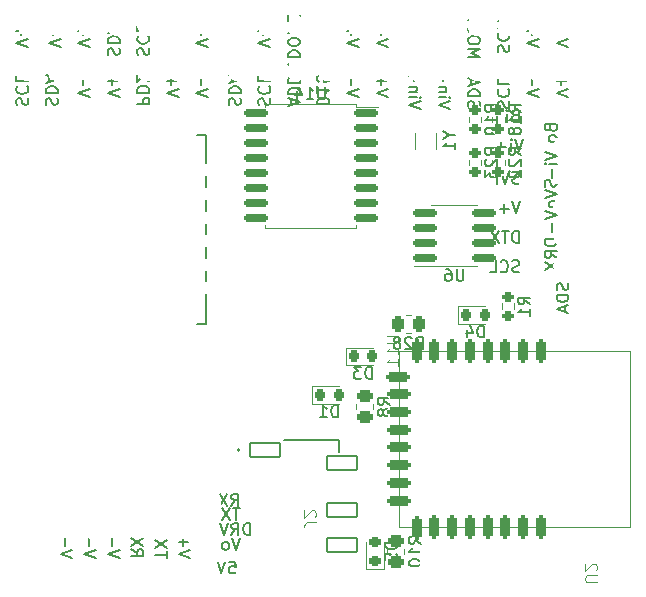
<source format=gbo>
G04 #@! TF.GenerationSoftware,KiCad,Pcbnew,7.0.7*
G04 #@! TF.CreationDate,2024-01-04T14:31:22-05:00*
G04 #@! TF.ProjectId,sensor_node,73656e73-6f72-45f6-9e6f-64652e6b6963,rev?*
G04 #@! TF.SameCoordinates,Original*
G04 #@! TF.FileFunction,Legend,Bot*
G04 #@! TF.FilePolarity,Positive*
%FSLAX46Y46*%
G04 Gerber Fmt 4.6, Leading zero omitted, Abs format (unit mm)*
G04 Created by KiCad (PCBNEW 7.0.7) date 2024-01-04 14:31:22*
%MOMM*%
%LPD*%
G01*
G04 APERTURE LIST*
G04 Aperture macros list*
%AMRoundRect*
0 Rectangle with rounded corners*
0 $1 Rounding radius*
0 $2 $3 $4 $5 $6 $7 $8 $9 X,Y pos of 4 corners*
0 Add a 4 corners polygon primitive as box body*
4,1,4,$2,$3,$4,$5,$6,$7,$8,$9,$2,$3,0*
0 Add four circle primitives for the rounded corners*
1,1,$1+$1,$2,$3*
1,1,$1+$1,$4,$5*
1,1,$1+$1,$6,$7*
1,1,$1+$1,$8,$9*
0 Add four rect primitives between the rounded corners*
20,1,$1+$1,$2,$3,$4,$5,0*
20,1,$1+$1,$4,$5,$6,$7,0*
20,1,$1+$1,$6,$7,$8,$9,0*
20,1,$1+$1,$8,$9,$2,$3,0*%
G04 Aperture macros list end*
%ADD10C,0.150000*%
%ADD11C,0.100000*%
%ADD12C,0.120000*%
%ADD13C,0.152400*%
%ADD14C,0.127000*%
%ADD15C,0.200000*%
%ADD16C,1.000000*%
%ADD17R,1.000000X1.000000*%
%ADD18O,1.000000X1.000000*%
%ADD19R,1.700000X1.700000*%
%ADD20O,1.700000X1.700000*%
%ADD21R,2.100000X2.100000*%
%ADD22C,2.100000*%
%ADD23R,1.350000X1.350000*%
%ADD24O,1.350000X1.350000*%
%ADD25RoundRect,0.218750X0.256250X-0.218750X0.256250X0.218750X-0.256250X0.218750X-0.256250X-0.218750X0*%
%ADD26RoundRect,0.250000X0.450000X-0.262500X0.450000X0.262500X-0.450000X0.262500X-0.450000X-0.262500X0*%
%ADD27RoundRect,0.250000X-0.262500X-0.450000X0.262500X-0.450000X0.262500X0.450000X-0.262500X0.450000X0*%
%ADD28RoundRect,0.218750X-0.218750X-0.256250X0.218750X-0.256250X0.218750X0.256250X-0.218750X0.256250X0*%
%ADD29RoundRect,0.150000X-0.825000X-0.150000X0.825000X-0.150000X0.825000X0.150000X-0.825000X0.150000X0*%
%ADD30RoundRect,0.200000X0.275000X-0.200000X0.275000X0.200000X-0.275000X0.200000X-0.275000X-0.200000X0*%
%ADD31R,1.100000X2.500000*%
%ADD32R,2.500000X1.100000*%
%ADD33R,0.700000X2.000000*%
%ADD34R,1.800000X1.000000*%
%ADD35RoundRect,0.200000X-0.200000X0.800000X-0.200000X-0.800000X0.200000X-0.800000X0.200000X0.800000X0*%
%ADD36RoundRect,0.200000X0.800000X0.200000X-0.800000X0.200000X-0.800000X-0.200000X0.800000X-0.200000X0*%
%ADD37RoundRect,0.150000X0.875000X0.150000X-0.875000X0.150000X-0.875000X-0.150000X0.875000X-0.150000X0*%
%ADD38RoundRect,0.102000X1.250000X-0.600000X1.250000X0.600000X-1.250000X0.600000X-1.250000X-0.600000X0*%
G04 APERTURE END LIST*
D10*
X114850180Y-52056077D02*
X113850180Y-51722744D01*
X113850180Y-51722744D02*
X114850180Y-51389411D01*
X114231133Y-51056077D02*
X114231133Y-50294173D01*
X113850180Y-50675125D02*
X114612085Y-50675125D01*
X103647800Y-52710839D02*
X103600180Y-52567982D01*
X103600180Y-52567982D02*
X103600180Y-52329887D01*
X103600180Y-52329887D02*
X103647800Y-52234649D01*
X103647800Y-52234649D02*
X103695419Y-52187030D01*
X103695419Y-52187030D02*
X103790657Y-52139411D01*
X103790657Y-52139411D02*
X103885895Y-52139411D01*
X103885895Y-52139411D02*
X103981133Y-52187030D01*
X103981133Y-52187030D02*
X104028752Y-52234649D01*
X104028752Y-52234649D02*
X104076371Y-52329887D01*
X104076371Y-52329887D02*
X104123990Y-52520363D01*
X104123990Y-52520363D02*
X104171609Y-52615601D01*
X104171609Y-52615601D02*
X104219228Y-52663220D01*
X104219228Y-52663220D02*
X104314466Y-52710839D01*
X104314466Y-52710839D02*
X104409704Y-52710839D01*
X104409704Y-52710839D02*
X104504942Y-52663220D01*
X104504942Y-52663220D02*
X104552561Y-52615601D01*
X104552561Y-52615601D02*
X104600180Y-52520363D01*
X104600180Y-52520363D02*
X104600180Y-52282268D01*
X104600180Y-52282268D02*
X104552561Y-52139411D01*
X103600180Y-51710839D02*
X104600180Y-51710839D01*
X104600180Y-51710839D02*
X104600180Y-51472744D01*
X104600180Y-51472744D02*
X104552561Y-51329887D01*
X104552561Y-51329887D02*
X104457323Y-51234649D01*
X104457323Y-51234649D02*
X104362085Y-51187030D01*
X104362085Y-51187030D02*
X104171609Y-51139411D01*
X104171609Y-51139411D02*
X104028752Y-51139411D01*
X104028752Y-51139411D02*
X103838276Y-51187030D01*
X103838276Y-51187030D02*
X103743038Y-51234649D01*
X103743038Y-51234649D02*
X103647800Y-51329887D01*
X103647800Y-51329887D02*
X103600180Y-51472744D01*
X103600180Y-51472744D02*
X103600180Y-51710839D01*
X103885895Y-50758458D02*
X103885895Y-50282268D01*
X103600180Y-50853696D02*
X104600180Y-50520363D01*
X104600180Y-50520363D02*
X103600180Y-50187030D01*
X132600180Y-47806077D02*
X131600180Y-47472744D01*
X131600180Y-47472744D02*
X132600180Y-47139411D01*
X131981133Y-46806077D02*
X131981133Y-46044173D01*
X101147800Y-52710839D02*
X101100180Y-52567982D01*
X101100180Y-52567982D02*
X101100180Y-52329887D01*
X101100180Y-52329887D02*
X101147800Y-52234649D01*
X101147800Y-52234649D02*
X101195419Y-52187030D01*
X101195419Y-52187030D02*
X101290657Y-52139411D01*
X101290657Y-52139411D02*
X101385895Y-52139411D01*
X101385895Y-52139411D02*
X101481133Y-52187030D01*
X101481133Y-52187030D02*
X101528752Y-52234649D01*
X101528752Y-52234649D02*
X101576371Y-52329887D01*
X101576371Y-52329887D02*
X101623990Y-52520363D01*
X101623990Y-52520363D02*
X101671609Y-52615601D01*
X101671609Y-52615601D02*
X101719228Y-52663220D01*
X101719228Y-52663220D02*
X101814466Y-52710839D01*
X101814466Y-52710839D02*
X101909704Y-52710839D01*
X101909704Y-52710839D02*
X102004942Y-52663220D01*
X102004942Y-52663220D02*
X102052561Y-52615601D01*
X102052561Y-52615601D02*
X102100180Y-52520363D01*
X102100180Y-52520363D02*
X102100180Y-52282268D01*
X102100180Y-52282268D02*
X102052561Y-52139411D01*
X101195419Y-51139411D02*
X101147800Y-51187030D01*
X101147800Y-51187030D02*
X101100180Y-51329887D01*
X101100180Y-51329887D02*
X101100180Y-51425125D01*
X101100180Y-51425125D02*
X101147800Y-51567982D01*
X101147800Y-51567982D02*
X101243038Y-51663220D01*
X101243038Y-51663220D02*
X101338276Y-51710839D01*
X101338276Y-51710839D02*
X101528752Y-51758458D01*
X101528752Y-51758458D02*
X101671609Y-51758458D01*
X101671609Y-51758458D02*
X101862085Y-51710839D01*
X101862085Y-51710839D02*
X101957323Y-51663220D01*
X101957323Y-51663220D02*
X102052561Y-51567982D01*
X102052561Y-51567982D02*
X102100180Y-51425125D01*
X102100180Y-51425125D02*
X102100180Y-51329887D01*
X102100180Y-51329887D02*
X102052561Y-51187030D01*
X102052561Y-51187030D02*
X102004942Y-51139411D01*
X101100180Y-50234649D02*
X101100180Y-50710839D01*
X101100180Y-50710839D02*
X102100180Y-50710839D01*
X137850180Y-53056077D02*
X136850180Y-52722744D01*
X136850180Y-52722744D02*
X137850180Y-52389411D01*
X136850180Y-52056077D02*
X137516847Y-52056077D01*
X137850180Y-52056077D02*
X137802561Y-52103696D01*
X137802561Y-52103696D02*
X137754942Y-52056077D01*
X137754942Y-52056077D02*
X137802561Y-52008458D01*
X137802561Y-52008458D02*
X137850180Y-52056077D01*
X137850180Y-52056077D02*
X137754942Y-52056077D01*
X137516847Y-51579887D02*
X136850180Y-51579887D01*
X137421609Y-51579887D02*
X137469228Y-51532268D01*
X137469228Y-51532268D02*
X137516847Y-51437030D01*
X137516847Y-51437030D02*
X137516847Y-51294173D01*
X137516847Y-51294173D02*
X137469228Y-51198935D01*
X137469228Y-51198935D02*
X137373990Y-51151316D01*
X137373990Y-51151316D02*
X136850180Y-51151316D01*
X137231133Y-50675125D02*
X137231133Y-49913221D01*
X143776077Y-60869819D02*
X143442744Y-61869819D01*
X143442744Y-61869819D02*
X143109411Y-60869819D01*
X142776077Y-61488866D02*
X142014173Y-61488866D01*
X142395125Y-61869819D02*
X142395125Y-61107914D01*
X132600180Y-52056077D02*
X131600180Y-51722744D01*
X131600180Y-51722744D02*
X132600180Y-51389411D01*
X131981133Y-51056077D02*
X131981133Y-50294173D01*
X131600180Y-50675125D02*
X132362085Y-50675125D01*
X122600180Y-47806077D02*
X121600180Y-47472744D01*
X121600180Y-47472744D02*
X122600180Y-47139411D01*
X121981133Y-46806077D02*
X121981133Y-46044173D01*
X121600180Y-46425125D02*
X122362085Y-46425125D01*
X120026077Y-89369819D02*
X119692744Y-90369819D01*
X119692744Y-90369819D02*
X119359411Y-89369819D01*
X118883220Y-90369819D02*
X118978458Y-90322200D01*
X118978458Y-90322200D02*
X119026077Y-90274580D01*
X119026077Y-90274580D02*
X119073696Y-90179342D01*
X119073696Y-90179342D02*
X119073696Y-89893628D01*
X119073696Y-89893628D02*
X119026077Y-89798390D01*
X119026077Y-89798390D02*
X118978458Y-89750771D01*
X118978458Y-89750771D02*
X118883220Y-89703152D01*
X118883220Y-89703152D02*
X118740363Y-89703152D01*
X118740363Y-89703152D02*
X118645125Y-89750771D01*
X118645125Y-89750771D02*
X118597506Y-89798390D01*
X118597506Y-89798390D02*
X118549887Y-89893628D01*
X118549887Y-89893628D02*
X118549887Y-90179342D01*
X118549887Y-90179342D02*
X118597506Y-90274580D01*
X118597506Y-90274580D02*
X118645125Y-90322200D01*
X118645125Y-90322200D02*
X118740363Y-90369819D01*
X118740363Y-90369819D02*
X118883220Y-90369819D01*
X117350180Y-52056077D02*
X116350180Y-51722744D01*
X116350180Y-51722744D02*
X117350180Y-51389411D01*
X116731133Y-51056077D02*
X116731133Y-50294173D01*
X119137030Y-91369819D02*
X119613220Y-91369819D01*
X119613220Y-91369819D02*
X119660839Y-91846009D01*
X119660839Y-91846009D02*
X119613220Y-91798390D01*
X119613220Y-91798390D02*
X119517982Y-91750771D01*
X119517982Y-91750771D02*
X119279887Y-91750771D01*
X119279887Y-91750771D02*
X119184649Y-91798390D01*
X119184649Y-91798390D02*
X119137030Y-91846009D01*
X119137030Y-91846009D02*
X119089411Y-91941247D01*
X119089411Y-91941247D02*
X119089411Y-92179342D01*
X119089411Y-92179342D02*
X119137030Y-92274580D01*
X119137030Y-92274580D02*
X119184649Y-92322200D01*
X119184649Y-92322200D02*
X119279887Y-92369819D01*
X119279887Y-92369819D02*
X119517982Y-92369819D01*
X119517982Y-92369819D02*
X119613220Y-92322200D01*
X119613220Y-92322200D02*
X119660839Y-92274580D01*
X118803696Y-91369819D02*
X118470363Y-92369819D01*
X118470363Y-92369819D02*
X118137030Y-91369819D01*
X107850180Y-91056077D02*
X106850180Y-90722744D01*
X106850180Y-90722744D02*
X107850180Y-90389411D01*
X107231133Y-90056077D02*
X107231133Y-89294173D01*
X120026077Y-86869819D02*
X119454649Y-86869819D01*
X119740363Y-87869819D02*
X119740363Y-86869819D01*
X119216553Y-86869819D02*
X118549887Y-87869819D01*
X118549887Y-86869819D02*
X119216553Y-87869819D01*
X107350180Y-47806077D02*
X106350180Y-47472744D01*
X106350180Y-47472744D02*
X107350180Y-47139411D01*
X106731133Y-46806077D02*
X106731133Y-46044173D01*
X106350180Y-46425125D02*
X107112085Y-46425125D01*
X102100180Y-47806077D02*
X101100180Y-47472744D01*
X101100180Y-47472744D02*
X102100180Y-47139411D01*
X101481133Y-46806077D02*
X101481133Y-46044173D01*
X101100180Y-46425125D02*
X101862085Y-46425125D01*
X141897800Y-48210839D02*
X141850180Y-48067982D01*
X141850180Y-48067982D02*
X141850180Y-47829887D01*
X141850180Y-47829887D02*
X141897800Y-47734649D01*
X141897800Y-47734649D02*
X141945419Y-47687030D01*
X141945419Y-47687030D02*
X142040657Y-47639411D01*
X142040657Y-47639411D02*
X142135895Y-47639411D01*
X142135895Y-47639411D02*
X142231133Y-47687030D01*
X142231133Y-47687030D02*
X142278752Y-47734649D01*
X142278752Y-47734649D02*
X142326371Y-47829887D01*
X142326371Y-47829887D02*
X142373990Y-48020363D01*
X142373990Y-48020363D02*
X142421609Y-48115601D01*
X142421609Y-48115601D02*
X142469228Y-48163220D01*
X142469228Y-48163220D02*
X142564466Y-48210839D01*
X142564466Y-48210839D02*
X142659704Y-48210839D01*
X142659704Y-48210839D02*
X142754942Y-48163220D01*
X142754942Y-48163220D02*
X142802561Y-48115601D01*
X142802561Y-48115601D02*
X142850180Y-48020363D01*
X142850180Y-48020363D02*
X142850180Y-47782268D01*
X142850180Y-47782268D02*
X142802561Y-47639411D01*
X141945419Y-46639411D02*
X141897800Y-46687030D01*
X141897800Y-46687030D02*
X141850180Y-46829887D01*
X141850180Y-46829887D02*
X141850180Y-46925125D01*
X141850180Y-46925125D02*
X141897800Y-47067982D01*
X141897800Y-47067982D02*
X141993038Y-47163220D01*
X141993038Y-47163220D02*
X142088276Y-47210839D01*
X142088276Y-47210839D02*
X142278752Y-47258458D01*
X142278752Y-47258458D02*
X142421609Y-47258458D01*
X142421609Y-47258458D02*
X142612085Y-47210839D01*
X142612085Y-47210839D02*
X142707323Y-47163220D01*
X142707323Y-47163220D02*
X142802561Y-47067982D01*
X142802561Y-47067982D02*
X142850180Y-46925125D01*
X142850180Y-46925125D02*
X142850180Y-46829887D01*
X142850180Y-46829887D02*
X142802561Y-46687030D01*
X142802561Y-46687030D02*
X142754942Y-46639411D01*
X141850180Y-46210839D02*
X142850180Y-46210839D01*
X141850180Y-45639411D02*
X142421609Y-46067982D01*
X142850180Y-45639411D02*
X142278752Y-46210839D01*
X111350180Y-52663220D02*
X112350180Y-52663220D01*
X112350180Y-52663220D02*
X112350180Y-52282268D01*
X112350180Y-52282268D02*
X112302561Y-52187030D01*
X112302561Y-52187030D02*
X112254942Y-52139411D01*
X112254942Y-52139411D02*
X112159704Y-52091792D01*
X112159704Y-52091792D02*
X112016847Y-52091792D01*
X112016847Y-52091792D02*
X111921609Y-52139411D01*
X111921609Y-52139411D02*
X111873990Y-52187030D01*
X111873990Y-52187030D02*
X111826371Y-52282268D01*
X111826371Y-52282268D02*
X111826371Y-52663220D01*
X111350180Y-51663220D02*
X112350180Y-51663220D01*
X112350180Y-51663220D02*
X112350180Y-51425125D01*
X112350180Y-51425125D02*
X112302561Y-51282268D01*
X112302561Y-51282268D02*
X112207323Y-51187030D01*
X112207323Y-51187030D02*
X112112085Y-51139411D01*
X112112085Y-51139411D02*
X111921609Y-51091792D01*
X111921609Y-51091792D02*
X111778752Y-51091792D01*
X111778752Y-51091792D02*
X111588276Y-51139411D01*
X111588276Y-51139411D02*
X111493038Y-51187030D01*
X111493038Y-51187030D02*
X111397800Y-51282268D01*
X111397800Y-51282268D02*
X111350180Y-51425125D01*
X111350180Y-51425125D02*
X111350180Y-51663220D01*
X112254942Y-50710839D02*
X112302561Y-50663220D01*
X112302561Y-50663220D02*
X112350180Y-50567982D01*
X112350180Y-50567982D02*
X112350180Y-50329887D01*
X112350180Y-50329887D02*
X112302561Y-50234649D01*
X112302561Y-50234649D02*
X112254942Y-50187030D01*
X112254942Y-50187030D02*
X112159704Y-50139411D01*
X112159704Y-50139411D02*
X112064466Y-50139411D01*
X112064466Y-50139411D02*
X111921609Y-50187030D01*
X111921609Y-50187030D02*
X111350180Y-50758458D01*
X111350180Y-50758458D02*
X111350180Y-50139411D01*
X147850180Y-47806077D02*
X146850180Y-47472744D01*
X146850180Y-47472744D02*
X147850180Y-47139411D01*
X147231133Y-46806077D02*
X147231133Y-46044173D01*
X121647800Y-52710839D02*
X121600180Y-52567982D01*
X121600180Y-52567982D02*
X121600180Y-52329887D01*
X121600180Y-52329887D02*
X121647800Y-52234649D01*
X121647800Y-52234649D02*
X121695419Y-52187030D01*
X121695419Y-52187030D02*
X121790657Y-52139411D01*
X121790657Y-52139411D02*
X121885895Y-52139411D01*
X121885895Y-52139411D02*
X121981133Y-52187030D01*
X121981133Y-52187030D02*
X122028752Y-52234649D01*
X122028752Y-52234649D02*
X122076371Y-52329887D01*
X122076371Y-52329887D02*
X122123990Y-52520363D01*
X122123990Y-52520363D02*
X122171609Y-52615601D01*
X122171609Y-52615601D02*
X122219228Y-52663220D01*
X122219228Y-52663220D02*
X122314466Y-52710839D01*
X122314466Y-52710839D02*
X122409704Y-52710839D01*
X122409704Y-52710839D02*
X122504942Y-52663220D01*
X122504942Y-52663220D02*
X122552561Y-52615601D01*
X122552561Y-52615601D02*
X122600180Y-52520363D01*
X122600180Y-52520363D02*
X122600180Y-52282268D01*
X122600180Y-52282268D02*
X122552561Y-52139411D01*
X121695419Y-51139411D02*
X121647800Y-51187030D01*
X121647800Y-51187030D02*
X121600180Y-51329887D01*
X121600180Y-51329887D02*
X121600180Y-51425125D01*
X121600180Y-51425125D02*
X121647800Y-51567982D01*
X121647800Y-51567982D02*
X121743038Y-51663220D01*
X121743038Y-51663220D02*
X121838276Y-51710839D01*
X121838276Y-51710839D02*
X122028752Y-51758458D01*
X122028752Y-51758458D02*
X122171609Y-51758458D01*
X122171609Y-51758458D02*
X122362085Y-51710839D01*
X122362085Y-51710839D02*
X122457323Y-51663220D01*
X122457323Y-51663220D02*
X122552561Y-51567982D01*
X122552561Y-51567982D02*
X122600180Y-51425125D01*
X122600180Y-51425125D02*
X122600180Y-51329887D01*
X122600180Y-51329887D02*
X122552561Y-51187030D01*
X122552561Y-51187030D02*
X122504942Y-51139411D01*
X121600180Y-50234649D02*
X121600180Y-50710839D01*
X121600180Y-50710839D02*
X122600180Y-50710839D01*
X145839819Y-61693922D02*
X146839819Y-62027255D01*
X146839819Y-62027255D02*
X145839819Y-62360588D01*
X146458866Y-62693922D02*
X146458866Y-63455827D01*
X139350180Y-48663220D02*
X140350180Y-48663220D01*
X140350180Y-48663220D02*
X139635895Y-48329887D01*
X139635895Y-48329887D02*
X140350180Y-47996554D01*
X140350180Y-47996554D02*
X139350180Y-47996554D01*
X140350180Y-47329887D02*
X140350180Y-47139411D01*
X140350180Y-47139411D02*
X140302561Y-47044173D01*
X140302561Y-47044173D02*
X140207323Y-46948935D01*
X140207323Y-46948935D02*
X140016847Y-46901316D01*
X140016847Y-46901316D02*
X139683514Y-46901316D01*
X139683514Y-46901316D02*
X139493038Y-46948935D01*
X139493038Y-46948935D02*
X139397800Y-47044173D01*
X139397800Y-47044173D02*
X139350180Y-47139411D01*
X139350180Y-47139411D02*
X139350180Y-47329887D01*
X139350180Y-47329887D02*
X139397800Y-47425125D01*
X139397800Y-47425125D02*
X139493038Y-47520363D01*
X139493038Y-47520363D02*
X139683514Y-47567982D01*
X139683514Y-47567982D02*
X140016847Y-47567982D01*
X140016847Y-47567982D02*
X140207323Y-47520363D01*
X140207323Y-47520363D02*
X140302561Y-47425125D01*
X140302561Y-47425125D02*
X140350180Y-47329887D01*
X139397800Y-46520363D02*
X139350180Y-46377506D01*
X139350180Y-46377506D02*
X139350180Y-46139411D01*
X139350180Y-46139411D02*
X139397800Y-46044173D01*
X139397800Y-46044173D02*
X139445419Y-45996554D01*
X139445419Y-45996554D02*
X139540657Y-45948935D01*
X139540657Y-45948935D02*
X139635895Y-45948935D01*
X139635895Y-45948935D02*
X139731133Y-45996554D01*
X139731133Y-45996554D02*
X139778752Y-46044173D01*
X139778752Y-46044173D02*
X139826371Y-46139411D01*
X139826371Y-46139411D02*
X139873990Y-46329887D01*
X139873990Y-46329887D02*
X139921609Y-46425125D01*
X139921609Y-46425125D02*
X139969228Y-46472744D01*
X139969228Y-46472744D02*
X140064466Y-46520363D01*
X140064466Y-46520363D02*
X140159704Y-46520363D01*
X140159704Y-46520363D02*
X140254942Y-46472744D01*
X140254942Y-46472744D02*
X140302561Y-46425125D01*
X140302561Y-46425125D02*
X140350180Y-46329887D01*
X140350180Y-46329887D02*
X140350180Y-46091792D01*
X140350180Y-46091792D02*
X140302561Y-45948935D01*
X139350180Y-45520363D02*
X140350180Y-45520363D01*
X107350180Y-52056077D02*
X106350180Y-51722744D01*
X106350180Y-51722744D02*
X107350180Y-51389411D01*
X106731133Y-51056077D02*
X106731133Y-50294173D01*
X119311792Y-86619819D02*
X119645125Y-86143628D01*
X119883220Y-86619819D02*
X119883220Y-85619819D01*
X119883220Y-85619819D02*
X119502268Y-85619819D01*
X119502268Y-85619819D02*
X119407030Y-85667438D01*
X119407030Y-85667438D02*
X119359411Y-85715057D01*
X119359411Y-85715057D02*
X119311792Y-85810295D01*
X119311792Y-85810295D02*
X119311792Y-85953152D01*
X119311792Y-85953152D02*
X119359411Y-86048390D01*
X119359411Y-86048390D02*
X119407030Y-86096009D01*
X119407030Y-86096009D02*
X119502268Y-86143628D01*
X119502268Y-86143628D02*
X119883220Y-86143628D01*
X118978458Y-85619819D02*
X118311792Y-86619819D01*
X118311792Y-85619819D02*
X118978458Y-86619819D01*
X110850180Y-90341792D02*
X111326371Y-90675125D01*
X110850180Y-90913220D02*
X111850180Y-90913220D01*
X111850180Y-90913220D02*
X111850180Y-90532268D01*
X111850180Y-90532268D02*
X111802561Y-90437030D01*
X111802561Y-90437030D02*
X111754942Y-90389411D01*
X111754942Y-90389411D02*
X111659704Y-90341792D01*
X111659704Y-90341792D02*
X111516847Y-90341792D01*
X111516847Y-90341792D02*
X111421609Y-90389411D01*
X111421609Y-90389411D02*
X111373990Y-90437030D01*
X111373990Y-90437030D02*
X111326371Y-90532268D01*
X111326371Y-90532268D02*
X111326371Y-90913220D01*
X111850180Y-90008458D02*
X110850180Y-89341792D01*
X111850180Y-89341792D02*
X110850180Y-90008458D01*
X143680839Y-59322200D02*
X143537982Y-59369819D01*
X143537982Y-59369819D02*
X143299887Y-59369819D01*
X143299887Y-59369819D02*
X143204649Y-59322200D01*
X143204649Y-59322200D02*
X143157030Y-59274580D01*
X143157030Y-59274580D02*
X143109411Y-59179342D01*
X143109411Y-59179342D02*
X143109411Y-59084104D01*
X143109411Y-59084104D02*
X143157030Y-58988866D01*
X143157030Y-58988866D02*
X143204649Y-58941247D01*
X143204649Y-58941247D02*
X143299887Y-58893628D01*
X143299887Y-58893628D02*
X143490363Y-58846009D01*
X143490363Y-58846009D02*
X143585601Y-58798390D01*
X143585601Y-58798390D02*
X143633220Y-58750771D01*
X143633220Y-58750771D02*
X143680839Y-58655533D01*
X143680839Y-58655533D02*
X143680839Y-58560295D01*
X143680839Y-58560295D02*
X143633220Y-58465057D01*
X143633220Y-58465057D02*
X143585601Y-58417438D01*
X143585601Y-58417438D02*
X143490363Y-58369819D01*
X143490363Y-58369819D02*
X143252268Y-58369819D01*
X143252268Y-58369819D02*
X143109411Y-58417438D01*
X142823696Y-58369819D02*
X142490363Y-59369819D01*
X142490363Y-59369819D02*
X142157030Y-58369819D01*
X141823696Y-59369819D02*
X141823696Y-58703152D01*
X141823696Y-58369819D02*
X141871315Y-58417438D01*
X141871315Y-58417438D02*
X141823696Y-58465057D01*
X141823696Y-58465057D02*
X141776077Y-58417438D01*
X141776077Y-58417438D02*
X141823696Y-58369819D01*
X141823696Y-58369819D02*
X141823696Y-58465057D01*
X143680839Y-66822200D02*
X143537982Y-66869819D01*
X143537982Y-66869819D02*
X143299887Y-66869819D01*
X143299887Y-66869819D02*
X143204649Y-66822200D01*
X143204649Y-66822200D02*
X143157030Y-66774580D01*
X143157030Y-66774580D02*
X143109411Y-66679342D01*
X143109411Y-66679342D02*
X143109411Y-66584104D01*
X143109411Y-66584104D02*
X143157030Y-66488866D01*
X143157030Y-66488866D02*
X143204649Y-66441247D01*
X143204649Y-66441247D02*
X143299887Y-66393628D01*
X143299887Y-66393628D02*
X143490363Y-66346009D01*
X143490363Y-66346009D02*
X143585601Y-66298390D01*
X143585601Y-66298390D02*
X143633220Y-66250771D01*
X143633220Y-66250771D02*
X143680839Y-66155533D01*
X143680839Y-66155533D02*
X143680839Y-66060295D01*
X143680839Y-66060295D02*
X143633220Y-65965057D01*
X143633220Y-65965057D02*
X143585601Y-65917438D01*
X143585601Y-65917438D02*
X143490363Y-65869819D01*
X143490363Y-65869819D02*
X143252268Y-65869819D01*
X143252268Y-65869819D02*
X143109411Y-65917438D01*
X142109411Y-66774580D02*
X142157030Y-66822200D01*
X142157030Y-66822200D02*
X142299887Y-66869819D01*
X142299887Y-66869819D02*
X142395125Y-66869819D01*
X142395125Y-66869819D02*
X142537982Y-66822200D01*
X142537982Y-66822200D02*
X142633220Y-66726961D01*
X142633220Y-66726961D02*
X142680839Y-66631723D01*
X142680839Y-66631723D02*
X142728458Y-66441247D01*
X142728458Y-66441247D02*
X142728458Y-66298390D01*
X142728458Y-66298390D02*
X142680839Y-66107914D01*
X142680839Y-66107914D02*
X142633220Y-66012676D01*
X142633220Y-66012676D02*
X142537982Y-65917438D01*
X142537982Y-65917438D02*
X142395125Y-65869819D01*
X142395125Y-65869819D02*
X142299887Y-65869819D01*
X142299887Y-65869819D02*
X142157030Y-65917438D01*
X142157030Y-65917438D02*
X142109411Y-65965057D01*
X141204649Y-66869819D02*
X141680839Y-66869819D01*
X141680839Y-66869819D02*
X141680839Y-65869819D01*
X108897800Y-48460839D02*
X108850180Y-48317982D01*
X108850180Y-48317982D02*
X108850180Y-48079887D01*
X108850180Y-48079887D02*
X108897800Y-47984649D01*
X108897800Y-47984649D02*
X108945419Y-47937030D01*
X108945419Y-47937030D02*
X109040657Y-47889411D01*
X109040657Y-47889411D02*
X109135895Y-47889411D01*
X109135895Y-47889411D02*
X109231133Y-47937030D01*
X109231133Y-47937030D02*
X109278752Y-47984649D01*
X109278752Y-47984649D02*
X109326371Y-48079887D01*
X109326371Y-48079887D02*
X109373990Y-48270363D01*
X109373990Y-48270363D02*
X109421609Y-48365601D01*
X109421609Y-48365601D02*
X109469228Y-48413220D01*
X109469228Y-48413220D02*
X109564466Y-48460839D01*
X109564466Y-48460839D02*
X109659704Y-48460839D01*
X109659704Y-48460839D02*
X109754942Y-48413220D01*
X109754942Y-48413220D02*
X109802561Y-48365601D01*
X109802561Y-48365601D02*
X109850180Y-48270363D01*
X109850180Y-48270363D02*
X109850180Y-48032268D01*
X109850180Y-48032268D02*
X109802561Y-47889411D01*
X108850180Y-47460839D02*
X109850180Y-47460839D01*
X109850180Y-47460839D02*
X109850180Y-47222744D01*
X109850180Y-47222744D02*
X109802561Y-47079887D01*
X109802561Y-47079887D02*
X109707323Y-46984649D01*
X109707323Y-46984649D02*
X109612085Y-46937030D01*
X109612085Y-46937030D02*
X109421609Y-46889411D01*
X109421609Y-46889411D02*
X109278752Y-46889411D01*
X109278752Y-46889411D02*
X109088276Y-46937030D01*
X109088276Y-46937030D02*
X108993038Y-46984649D01*
X108993038Y-46984649D02*
X108897800Y-47079887D01*
X108897800Y-47079887D02*
X108850180Y-47222744D01*
X108850180Y-47222744D02*
X108850180Y-47460839D01*
X109135895Y-46508458D02*
X109135895Y-46032268D01*
X108850180Y-46603696D02*
X109850180Y-46270363D01*
X109850180Y-46270363D02*
X108850180Y-45937030D01*
X104850180Y-47806077D02*
X103850180Y-47472744D01*
X103850180Y-47472744D02*
X104850180Y-47139411D01*
X104231133Y-46806077D02*
X104231133Y-46044173D01*
X130100180Y-52056077D02*
X129100180Y-51722744D01*
X129100180Y-51722744D02*
X130100180Y-51389411D01*
X129481133Y-51056077D02*
X129481133Y-50294173D01*
X146839819Y-64086779D02*
X145839819Y-64086779D01*
X145839819Y-64086779D02*
X145839819Y-64324874D01*
X145839819Y-64324874D02*
X145887438Y-64467731D01*
X145887438Y-64467731D02*
X145982676Y-64562969D01*
X145982676Y-64562969D02*
X146077914Y-64610588D01*
X146077914Y-64610588D02*
X146268390Y-64658207D01*
X146268390Y-64658207D02*
X146411247Y-64658207D01*
X146411247Y-64658207D02*
X146601723Y-64610588D01*
X146601723Y-64610588D02*
X146696961Y-64562969D01*
X146696961Y-64562969D02*
X146792200Y-64467731D01*
X146792200Y-64467731D02*
X146839819Y-64324874D01*
X146839819Y-64324874D02*
X146839819Y-64086779D01*
X146839819Y-65658207D02*
X146363628Y-65324874D01*
X146839819Y-65086779D02*
X145839819Y-65086779D01*
X145839819Y-65086779D02*
X145839819Y-65467731D01*
X145839819Y-65467731D02*
X145887438Y-65562969D01*
X145887438Y-65562969D02*
X145935057Y-65610588D01*
X145935057Y-65610588D02*
X146030295Y-65658207D01*
X146030295Y-65658207D02*
X146173152Y-65658207D01*
X146173152Y-65658207D02*
X146268390Y-65610588D01*
X146268390Y-65610588D02*
X146316009Y-65562969D01*
X146316009Y-65562969D02*
X146363628Y-65467731D01*
X146363628Y-65467731D02*
X146363628Y-65086779D01*
X145839819Y-65991541D02*
X146839819Y-66658207D01*
X145839819Y-66658207D02*
X146839819Y-65991541D01*
X143633220Y-64369819D02*
X143633220Y-63369819D01*
X143633220Y-63369819D02*
X143395125Y-63369819D01*
X143395125Y-63369819D02*
X143252268Y-63417438D01*
X143252268Y-63417438D02*
X143157030Y-63512676D01*
X143157030Y-63512676D02*
X143109411Y-63607914D01*
X143109411Y-63607914D02*
X143061792Y-63798390D01*
X143061792Y-63798390D02*
X143061792Y-63941247D01*
X143061792Y-63941247D02*
X143109411Y-64131723D01*
X143109411Y-64131723D02*
X143157030Y-64226961D01*
X143157030Y-64226961D02*
X143252268Y-64322200D01*
X143252268Y-64322200D02*
X143395125Y-64369819D01*
X143395125Y-64369819D02*
X143633220Y-64369819D01*
X142776077Y-63369819D02*
X142204649Y-63369819D01*
X142490363Y-64369819D02*
X142490363Y-63369819D01*
X141966553Y-63369819D02*
X141299887Y-64369819D01*
X141299887Y-63369819D02*
X141966553Y-64369819D01*
X113850180Y-91056077D02*
X113850180Y-90484649D01*
X112850180Y-90770363D02*
X113850180Y-90770363D01*
X113850180Y-90246553D02*
X112850180Y-89579887D01*
X113850180Y-89579887D02*
X112850180Y-90246553D01*
X145839819Y-56693922D02*
X146839819Y-57027255D01*
X146839819Y-57027255D02*
X145839819Y-57360588D01*
X146839819Y-57693922D02*
X146173152Y-57693922D01*
X145839819Y-57693922D02*
X145887438Y-57646303D01*
X145887438Y-57646303D02*
X145935057Y-57693922D01*
X145935057Y-57693922D02*
X145887438Y-57741541D01*
X145887438Y-57741541D02*
X145839819Y-57693922D01*
X145839819Y-57693922D02*
X145935057Y-57693922D01*
X146458866Y-58170112D02*
X146458866Y-58932017D01*
X115850180Y-91056077D02*
X114850180Y-90722744D01*
X114850180Y-90722744D02*
X115850180Y-90389411D01*
X115231133Y-90056077D02*
X115231133Y-89294173D01*
X114850180Y-89675125D02*
X115612085Y-89675125D01*
X139397800Y-52960839D02*
X139350180Y-52817982D01*
X139350180Y-52817982D02*
X139350180Y-52579887D01*
X139350180Y-52579887D02*
X139397800Y-52484649D01*
X139397800Y-52484649D02*
X139445419Y-52437030D01*
X139445419Y-52437030D02*
X139540657Y-52389411D01*
X139540657Y-52389411D02*
X139635895Y-52389411D01*
X139635895Y-52389411D02*
X139731133Y-52437030D01*
X139731133Y-52437030D02*
X139778752Y-52484649D01*
X139778752Y-52484649D02*
X139826371Y-52579887D01*
X139826371Y-52579887D02*
X139873990Y-52770363D01*
X139873990Y-52770363D02*
X139921609Y-52865601D01*
X139921609Y-52865601D02*
X139969228Y-52913220D01*
X139969228Y-52913220D02*
X140064466Y-52960839D01*
X140064466Y-52960839D02*
X140159704Y-52960839D01*
X140159704Y-52960839D02*
X140254942Y-52913220D01*
X140254942Y-52913220D02*
X140302561Y-52865601D01*
X140302561Y-52865601D02*
X140350180Y-52770363D01*
X140350180Y-52770363D02*
X140350180Y-52532268D01*
X140350180Y-52532268D02*
X140302561Y-52389411D01*
X139350180Y-51960839D02*
X140350180Y-51960839D01*
X140350180Y-51960839D02*
X140350180Y-51722744D01*
X140350180Y-51722744D02*
X140302561Y-51579887D01*
X140302561Y-51579887D02*
X140207323Y-51484649D01*
X140207323Y-51484649D02*
X140112085Y-51437030D01*
X140112085Y-51437030D02*
X139921609Y-51389411D01*
X139921609Y-51389411D02*
X139778752Y-51389411D01*
X139778752Y-51389411D02*
X139588276Y-51437030D01*
X139588276Y-51437030D02*
X139493038Y-51484649D01*
X139493038Y-51484649D02*
X139397800Y-51579887D01*
X139397800Y-51579887D02*
X139350180Y-51722744D01*
X139350180Y-51722744D02*
X139350180Y-51960839D01*
X139635895Y-51008458D02*
X139635895Y-50532268D01*
X139350180Y-51103696D02*
X140350180Y-50770363D01*
X140350180Y-50770363D02*
X139350180Y-50437030D01*
X109850180Y-52056077D02*
X108850180Y-51722744D01*
X108850180Y-51722744D02*
X109850180Y-51389411D01*
X109231133Y-51056077D02*
X109231133Y-50294173D01*
X108850180Y-50675125D02*
X109612085Y-50675125D01*
X120883220Y-89119819D02*
X120883220Y-88119819D01*
X120883220Y-88119819D02*
X120645125Y-88119819D01*
X120645125Y-88119819D02*
X120502268Y-88167438D01*
X120502268Y-88167438D02*
X120407030Y-88262676D01*
X120407030Y-88262676D02*
X120359411Y-88357914D01*
X120359411Y-88357914D02*
X120311792Y-88548390D01*
X120311792Y-88548390D02*
X120311792Y-88691247D01*
X120311792Y-88691247D02*
X120359411Y-88881723D01*
X120359411Y-88881723D02*
X120407030Y-88976961D01*
X120407030Y-88976961D02*
X120502268Y-89072200D01*
X120502268Y-89072200D02*
X120645125Y-89119819D01*
X120645125Y-89119819D02*
X120883220Y-89119819D01*
X119311792Y-89119819D02*
X119645125Y-88643628D01*
X119883220Y-89119819D02*
X119883220Y-88119819D01*
X119883220Y-88119819D02*
X119502268Y-88119819D01*
X119502268Y-88119819D02*
X119407030Y-88167438D01*
X119407030Y-88167438D02*
X119359411Y-88215057D01*
X119359411Y-88215057D02*
X119311792Y-88310295D01*
X119311792Y-88310295D02*
X119311792Y-88453152D01*
X119311792Y-88453152D02*
X119359411Y-88548390D01*
X119359411Y-88548390D02*
X119407030Y-88596009D01*
X119407030Y-88596009D02*
X119502268Y-88643628D01*
X119502268Y-88643628D02*
X119883220Y-88643628D01*
X119026077Y-88119819D02*
X118692744Y-89119819D01*
X118692744Y-89119819D02*
X118359411Y-88119819D01*
X141897800Y-52960839D02*
X141850180Y-52817982D01*
X141850180Y-52817982D02*
X141850180Y-52579887D01*
X141850180Y-52579887D02*
X141897800Y-52484649D01*
X141897800Y-52484649D02*
X141945419Y-52437030D01*
X141945419Y-52437030D02*
X142040657Y-52389411D01*
X142040657Y-52389411D02*
X142135895Y-52389411D01*
X142135895Y-52389411D02*
X142231133Y-52437030D01*
X142231133Y-52437030D02*
X142278752Y-52484649D01*
X142278752Y-52484649D02*
X142326371Y-52579887D01*
X142326371Y-52579887D02*
X142373990Y-52770363D01*
X142373990Y-52770363D02*
X142421609Y-52865601D01*
X142421609Y-52865601D02*
X142469228Y-52913220D01*
X142469228Y-52913220D02*
X142564466Y-52960839D01*
X142564466Y-52960839D02*
X142659704Y-52960839D01*
X142659704Y-52960839D02*
X142754942Y-52913220D01*
X142754942Y-52913220D02*
X142802561Y-52865601D01*
X142802561Y-52865601D02*
X142850180Y-52770363D01*
X142850180Y-52770363D02*
X142850180Y-52532268D01*
X142850180Y-52532268D02*
X142802561Y-52389411D01*
X141945419Y-51389411D02*
X141897800Y-51437030D01*
X141897800Y-51437030D02*
X141850180Y-51579887D01*
X141850180Y-51579887D02*
X141850180Y-51675125D01*
X141850180Y-51675125D02*
X141897800Y-51817982D01*
X141897800Y-51817982D02*
X141993038Y-51913220D01*
X141993038Y-51913220D02*
X142088276Y-51960839D01*
X142088276Y-51960839D02*
X142278752Y-52008458D01*
X142278752Y-52008458D02*
X142421609Y-52008458D01*
X142421609Y-52008458D02*
X142612085Y-51960839D01*
X142612085Y-51960839D02*
X142707323Y-51913220D01*
X142707323Y-51913220D02*
X142802561Y-51817982D01*
X142802561Y-51817982D02*
X142850180Y-51675125D01*
X142850180Y-51675125D02*
X142850180Y-51579887D01*
X142850180Y-51579887D02*
X142802561Y-51437030D01*
X142802561Y-51437030D02*
X142754942Y-51389411D01*
X141850180Y-50484649D02*
X141850180Y-50960839D01*
X141850180Y-50960839D02*
X142850180Y-50960839D01*
X135350180Y-53056077D02*
X134350180Y-52722744D01*
X134350180Y-52722744D02*
X135350180Y-52389411D01*
X134350180Y-52056077D02*
X135016847Y-52056077D01*
X135350180Y-52056077D02*
X135302561Y-52103696D01*
X135302561Y-52103696D02*
X135254942Y-52056077D01*
X135254942Y-52056077D02*
X135302561Y-52008458D01*
X135302561Y-52008458D02*
X135350180Y-52056077D01*
X135350180Y-52056077D02*
X135254942Y-52056077D01*
X135016847Y-51579887D02*
X134350180Y-51579887D01*
X134921609Y-51579887D02*
X134969228Y-51532268D01*
X134969228Y-51532268D02*
X135016847Y-51437030D01*
X135016847Y-51437030D02*
X135016847Y-51294173D01*
X135016847Y-51294173D02*
X134969228Y-51198935D01*
X134969228Y-51198935D02*
X134873990Y-51151316D01*
X134873990Y-51151316D02*
X134350180Y-51151316D01*
X134731133Y-50675125D02*
X134731133Y-49913221D01*
X134350180Y-50294173D02*
X135112085Y-50294173D01*
X145350180Y-47806077D02*
X144350180Y-47472744D01*
X144350180Y-47472744D02*
X145350180Y-47139411D01*
X144731133Y-46806077D02*
X144731133Y-46044173D01*
X144350180Y-46425125D02*
X145112085Y-46425125D01*
X117350180Y-47806077D02*
X116350180Y-47472744D01*
X116350180Y-47472744D02*
X117350180Y-47139411D01*
X116731133Y-46806077D02*
X116731133Y-46044173D01*
X145350180Y-52056077D02*
X144350180Y-51722744D01*
X144350180Y-51722744D02*
X145350180Y-51389411D01*
X144731133Y-51056077D02*
X144731133Y-50294173D01*
X143299887Y-53596009D02*
X143157030Y-53643628D01*
X143157030Y-53643628D02*
X143109411Y-53691247D01*
X143109411Y-53691247D02*
X143061792Y-53786485D01*
X143061792Y-53786485D02*
X143061792Y-53929342D01*
X143061792Y-53929342D02*
X143109411Y-54024580D01*
X143109411Y-54024580D02*
X143157030Y-54072200D01*
X143157030Y-54072200D02*
X143252268Y-54119819D01*
X143252268Y-54119819D02*
X143633220Y-54119819D01*
X143633220Y-54119819D02*
X143633220Y-53119819D01*
X143633220Y-53119819D02*
X143299887Y-53119819D01*
X143299887Y-53119819D02*
X143204649Y-53167438D01*
X143204649Y-53167438D02*
X143157030Y-53215057D01*
X143157030Y-53215057D02*
X143109411Y-53310295D01*
X143109411Y-53310295D02*
X143109411Y-53405533D01*
X143109411Y-53405533D02*
X143157030Y-53500771D01*
X143157030Y-53500771D02*
X143204649Y-53548390D01*
X143204649Y-53548390D02*
X143299887Y-53596009D01*
X143299887Y-53596009D02*
X143633220Y-53596009D01*
X142633220Y-54119819D02*
X142633220Y-53453152D01*
X142633220Y-53119819D02*
X142680839Y-53167438D01*
X142680839Y-53167438D02*
X142633220Y-53215057D01*
X142633220Y-53215057D02*
X142585601Y-53167438D01*
X142585601Y-53167438D02*
X142633220Y-53119819D01*
X142633220Y-53119819D02*
X142633220Y-53215057D01*
X147850180Y-52056077D02*
X146850180Y-51722744D01*
X146850180Y-51722744D02*
X147850180Y-51389411D01*
X147231133Y-51056077D02*
X147231133Y-50294173D01*
X146850180Y-50675125D02*
X147612085Y-50675125D01*
X105850180Y-91056077D02*
X104850180Y-90722744D01*
X104850180Y-90722744D02*
X105850180Y-90389411D01*
X105231133Y-90056077D02*
X105231133Y-89294173D01*
X111397800Y-48460839D02*
X111350180Y-48317982D01*
X111350180Y-48317982D02*
X111350180Y-48079887D01*
X111350180Y-48079887D02*
X111397800Y-47984649D01*
X111397800Y-47984649D02*
X111445419Y-47937030D01*
X111445419Y-47937030D02*
X111540657Y-47889411D01*
X111540657Y-47889411D02*
X111635895Y-47889411D01*
X111635895Y-47889411D02*
X111731133Y-47937030D01*
X111731133Y-47937030D02*
X111778752Y-47984649D01*
X111778752Y-47984649D02*
X111826371Y-48079887D01*
X111826371Y-48079887D02*
X111873990Y-48270363D01*
X111873990Y-48270363D02*
X111921609Y-48365601D01*
X111921609Y-48365601D02*
X111969228Y-48413220D01*
X111969228Y-48413220D02*
X112064466Y-48460839D01*
X112064466Y-48460839D02*
X112159704Y-48460839D01*
X112159704Y-48460839D02*
X112254942Y-48413220D01*
X112254942Y-48413220D02*
X112302561Y-48365601D01*
X112302561Y-48365601D02*
X112350180Y-48270363D01*
X112350180Y-48270363D02*
X112350180Y-48032268D01*
X112350180Y-48032268D02*
X112302561Y-47889411D01*
X111445419Y-46889411D02*
X111397800Y-46937030D01*
X111397800Y-46937030D02*
X111350180Y-47079887D01*
X111350180Y-47079887D02*
X111350180Y-47175125D01*
X111350180Y-47175125D02*
X111397800Y-47317982D01*
X111397800Y-47317982D02*
X111493038Y-47413220D01*
X111493038Y-47413220D02*
X111588276Y-47460839D01*
X111588276Y-47460839D02*
X111778752Y-47508458D01*
X111778752Y-47508458D02*
X111921609Y-47508458D01*
X111921609Y-47508458D02*
X112112085Y-47460839D01*
X112112085Y-47460839D02*
X112207323Y-47413220D01*
X112207323Y-47413220D02*
X112302561Y-47317982D01*
X112302561Y-47317982D02*
X112350180Y-47175125D01*
X112350180Y-47175125D02*
X112350180Y-47079887D01*
X112350180Y-47079887D02*
X112302561Y-46937030D01*
X112302561Y-46937030D02*
X112254942Y-46889411D01*
X111350180Y-45984649D02*
X111350180Y-46460839D01*
X111350180Y-46460839D02*
X112350180Y-46460839D01*
X124100180Y-48663220D02*
X125100180Y-48663220D01*
X125100180Y-48663220D02*
X125100180Y-48425125D01*
X125100180Y-48425125D02*
X125052561Y-48282268D01*
X125052561Y-48282268D02*
X124957323Y-48187030D01*
X124957323Y-48187030D02*
X124862085Y-48139411D01*
X124862085Y-48139411D02*
X124671609Y-48091792D01*
X124671609Y-48091792D02*
X124528752Y-48091792D01*
X124528752Y-48091792D02*
X124338276Y-48139411D01*
X124338276Y-48139411D02*
X124243038Y-48187030D01*
X124243038Y-48187030D02*
X124147800Y-48282268D01*
X124147800Y-48282268D02*
X124100180Y-48425125D01*
X124100180Y-48425125D02*
X124100180Y-48663220D01*
X125100180Y-47472744D02*
X125100180Y-47282268D01*
X125100180Y-47282268D02*
X125052561Y-47187030D01*
X125052561Y-47187030D02*
X124957323Y-47091792D01*
X124957323Y-47091792D02*
X124766847Y-47044173D01*
X124766847Y-47044173D02*
X124433514Y-47044173D01*
X124433514Y-47044173D02*
X124243038Y-47091792D01*
X124243038Y-47091792D02*
X124147800Y-47187030D01*
X124147800Y-47187030D02*
X124100180Y-47282268D01*
X124100180Y-47282268D02*
X124100180Y-47472744D01*
X124100180Y-47472744D02*
X124147800Y-47567982D01*
X124147800Y-47567982D02*
X124243038Y-47663220D01*
X124243038Y-47663220D02*
X124433514Y-47710839D01*
X124433514Y-47710839D02*
X124766847Y-47710839D01*
X124766847Y-47710839D02*
X124957323Y-47663220D01*
X124957323Y-47663220D02*
X125052561Y-47567982D01*
X125052561Y-47567982D02*
X125100180Y-47472744D01*
X124100180Y-46615601D02*
X125100180Y-46615601D01*
X125100180Y-46615601D02*
X124100180Y-46044173D01*
X124100180Y-46044173D02*
X125100180Y-46044173D01*
X124623990Y-45567982D02*
X124623990Y-45234649D01*
X124100180Y-45091792D02*
X124100180Y-45567982D01*
X124100180Y-45567982D02*
X125100180Y-45567982D01*
X125100180Y-45567982D02*
X125100180Y-45091792D01*
X144026077Y-55619819D02*
X143692744Y-56619819D01*
X143692744Y-56619819D02*
X143359411Y-55619819D01*
X143026077Y-56619819D02*
X143026077Y-55953152D01*
X143026077Y-55619819D02*
X143073696Y-55667438D01*
X143073696Y-55667438D02*
X143026077Y-55715057D01*
X143026077Y-55715057D02*
X142978458Y-55667438D01*
X142978458Y-55667438D02*
X143026077Y-55619819D01*
X143026077Y-55619819D02*
X143026077Y-55715057D01*
X142549887Y-56238866D02*
X141787983Y-56238866D01*
X142168935Y-56619819D02*
X142168935Y-55857914D01*
X147792200Y-67789160D02*
X147839819Y-67932017D01*
X147839819Y-67932017D02*
X147839819Y-68170112D01*
X147839819Y-68170112D02*
X147792200Y-68265350D01*
X147792200Y-68265350D02*
X147744580Y-68312969D01*
X147744580Y-68312969D02*
X147649342Y-68360588D01*
X147649342Y-68360588D02*
X147554104Y-68360588D01*
X147554104Y-68360588D02*
X147458866Y-68312969D01*
X147458866Y-68312969D02*
X147411247Y-68265350D01*
X147411247Y-68265350D02*
X147363628Y-68170112D01*
X147363628Y-68170112D02*
X147316009Y-67979636D01*
X147316009Y-67979636D02*
X147268390Y-67884398D01*
X147268390Y-67884398D02*
X147220771Y-67836779D01*
X147220771Y-67836779D02*
X147125533Y-67789160D01*
X147125533Y-67789160D02*
X147030295Y-67789160D01*
X147030295Y-67789160D02*
X146935057Y-67836779D01*
X146935057Y-67836779D02*
X146887438Y-67884398D01*
X146887438Y-67884398D02*
X146839819Y-67979636D01*
X146839819Y-67979636D02*
X146839819Y-68217731D01*
X146839819Y-68217731D02*
X146887438Y-68360588D01*
X147839819Y-68789160D02*
X146839819Y-68789160D01*
X146839819Y-68789160D02*
X146839819Y-69027255D01*
X146839819Y-69027255D02*
X146887438Y-69170112D01*
X146887438Y-69170112D02*
X146982676Y-69265350D01*
X146982676Y-69265350D02*
X147077914Y-69312969D01*
X147077914Y-69312969D02*
X147268390Y-69360588D01*
X147268390Y-69360588D02*
X147411247Y-69360588D01*
X147411247Y-69360588D02*
X147601723Y-69312969D01*
X147601723Y-69312969D02*
X147696961Y-69265350D01*
X147696961Y-69265350D02*
X147792200Y-69170112D01*
X147792200Y-69170112D02*
X147839819Y-69027255D01*
X147839819Y-69027255D02*
X147839819Y-68789160D01*
X147554104Y-69741541D02*
X147554104Y-70217731D01*
X147839819Y-69646303D02*
X146839819Y-69979636D01*
X146839819Y-69979636D02*
X147839819Y-70312969D01*
X130100180Y-47806077D02*
X129100180Y-47472744D01*
X129100180Y-47472744D02*
X130100180Y-47139411D01*
X129481133Y-46806077D02*
X129481133Y-46044173D01*
X129100180Y-46425125D02*
X129862085Y-46425125D01*
X146316009Y-54670112D02*
X146363628Y-54812969D01*
X146363628Y-54812969D02*
X146411247Y-54860588D01*
X146411247Y-54860588D02*
X146506485Y-54908207D01*
X146506485Y-54908207D02*
X146649342Y-54908207D01*
X146649342Y-54908207D02*
X146744580Y-54860588D01*
X146744580Y-54860588D02*
X146792200Y-54812969D01*
X146792200Y-54812969D02*
X146839819Y-54717731D01*
X146839819Y-54717731D02*
X146839819Y-54336779D01*
X146839819Y-54336779D02*
X145839819Y-54336779D01*
X145839819Y-54336779D02*
X145839819Y-54670112D01*
X145839819Y-54670112D02*
X145887438Y-54765350D01*
X145887438Y-54765350D02*
X145935057Y-54812969D01*
X145935057Y-54812969D02*
X146030295Y-54860588D01*
X146030295Y-54860588D02*
X146125533Y-54860588D01*
X146125533Y-54860588D02*
X146220771Y-54812969D01*
X146220771Y-54812969D02*
X146268390Y-54765350D01*
X146268390Y-54765350D02*
X146316009Y-54670112D01*
X146316009Y-54670112D02*
X146316009Y-54336779D01*
X146839819Y-55479636D02*
X146792200Y-55384398D01*
X146792200Y-55384398D02*
X146744580Y-55336779D01*
X146744580Y-55336779D02*
X146649342Y-55289160D01*
X146649342Y-55289160D02*
X146363628Y-55289160D01*
X146363628Y-55289160D02*
X146268390Y-55336779D01*
X146268390Y-55336779D02*
X146220771Y-55384398D01*
X146220771Y-55384398D02*
X146173152Y-55479636D01*
X146173152Y-55479636D02*
X146173152Y-55622493D01*
X146173152Y-55622493D02*
X146220771Y-55717731D01*
X146220771Y-55717731D02*
X146268390Y-55765350D01*
X146268390Y-55765350D02*
X146363628Y-55812969D01*
X146363628Y-55812969D02*
X146649342Y-55812969D01*
X146649342Y-55812969D02*
X146744580Y-55765350D01*
X146744580Y-55765350D02*
X146792200Y-55717731D01*
X146792200Y-55717731D02*
X146839819Y-55622493D01*
X146839819Y-55622493D02*
X146839819Y-55479636D01*
X109850180Y-91056077D02*
X108850180Y-90722744D01*
X108850180Y-90722744D02*
X109850180Y-90389411D01*
X109231133Y-90056077D02*
X109231133Y-89294173D01*
X124385895Y-52710839D02*
X124385895Y-52234649D01*
X124100180Y-52806077D02*
X125100180Y-52472744D01*
X125100180Y-52472744D02*
X124100180Y-52139411D01*
X124100180Y-51806077D02*
X125100180Y-51806077D01*
X125100180Y-51806077D02*
X125100180Y-51567982D01*
X125100180Y-51567982D02*
X125052561Y-51425125D01*
X125052561Y-51425125D02*
X124957323Y-51329887D01*
X124957323Y-51329887D02*
X124862085Y-51282268D01*
X124862085Y-51282268D02*
X124671609Y-51234649D01*
X124671609Y-51234649D02*
X124528752Y-51234649D01*
X124528752Y-51234649D02*
X124338276Y-51282268D01*
X124338276Y-51282268D02*
X124243038Y-51329887D01*
X124243038Y-51329887D02*
X124147800Y-51425125D01*
X124147800Y-51425125D02*
X124100180Y-51567982D01*
X124100180Y-51567982D02*
X124100180Y-51806077D01*
X124100180Y-50806077D02*
X125100180Y-50806077D01*
X125100180Y-50806077D02*
X125100180Y-50567982D01*
X125100180Y-50567982D02*
X125052561Y-50425125D01*
X125052561Y-50425125D02*
X124957323Y-50329887D01*
X124957323Y-50329887D02*
X124862085Y-50282268D01*
X124862085Y-50282268D02*
X124671609Y-50234649D01*
X124671609Y-50234649D02*
X124528752Y-50234649D01*
X124528752Y-50234649D02*
X124338276Y-50282268D01*
X124338276Y-50282268D02*
X124243038Y-50329887D01*
X124243038Y-50329887D02*
X124147800Y-50425125D01*
X124147800Y-50425125D02*
X124100180Y-50567982D01*
X124100180Y-50567982D02*
X124100180Y-50806077D01*
X124100180Y-49234649D02*
X124576371Y-49567982D01*
X124100180Y-49806077D02*
X125100180Y-49806077D01*
X125100180Y-49806077D02*
X125100180Y-49425125D01*
X125100180Y-49425125D02*
X125052561Y-49329887D01*
X125052561Y-49329887D02*
X125004942Y-49282268D01*
X125004942Y-49282268D02*
X124909704Y-49234649D01*
X124909704Y-49234649D02*
X124766847Y-49234649D01*
X124766847Y-49234649D02*
X124671609Y-49282268D01*
X124671609Y-49282268D02*
X124623990Y-49329887D01*
X124623990Y-49329887D02*
X124576371Y-49425125D01*
X124576371Y-49425125D02*
X124576371Y-49806077D01*
X146792200Y-59039160D02*
X146839819Y-59182017D01*
X146839819Y-59182017D02*
X146839819Y-59420112D01*
X146839819Y-59420112D02*
X146792200Y-59515350D01*
X146792200Y-59515350D02*
X146744580Y-59562969D01*
X146744580Y-59562969D02*
X146649342Y-59610588D01*
X146649342Y-59610588D02*
X146554104Y-59610588D01*
X146554104Y-59610588D02*
X146458866Y-59562969D01*
X146458866Y-59562969D02*
X146411247Y-59515350D01*
X146411247Y-59515350D02*
X146363628Y-59420112D01*
X146363628Y-59420112D02*
X146316009Y-59229636D01*
X146316009Y-59229636D02*
X146268390Y-59134398D01*
X146268390Y-59134398D02*
X146220771Y-59086779D01*
X146220771Y-59086779D02*
X146125533Y-59039160D01*
X146125533Y-59039160D02*
X146030295Y-59039160D01*
X146030295Y-59039160D02*
X145935057Y-59086779D01*
X145935057Y-59086779D02*
X145887438Y-59134398D01*
X145887438Y-59134398D02*
X145839819Y-59229636D01*
X145839819Y-59229636D02*
X145839819Y-59467731D01*
X145839819Y-59467731D02*
X145887438Y-59610588D01*
X145839819Y-59896303D02*
X146839819Y-60229636D01*
X146839819Y-60229636D02*
X145839819Y-60562969D01*
X146839819Y-61039160D02*
X146792200Y-60943922D01*
X146792200Y-60943922D02*
X146744580Y-60896303D01*
X146744580Y-60896303D02*
X146649342Y-60848684D01*
X146649342Y-60848684D02*
X146363628Y-60848684D01*
X146363628Y-60848684D02*
X146268390Y-60896303D01*
X146268390Y-60896303D02*
X146220771Y-60943922D01*
X146220771Y-60943922D02*
X146173152Y-61039160D01*
X146173152Y-61039160D02*
X146173152Y-61182017D01*
X146173152Y-61182017D02*
X146220771Y-61277255D01*
X146220771Y-61277255D02*
X146268390Y-61324874D01*
X146268390Y-61324874D02*
X146363628Y-61372493D01*
X146363628Y-61372493D02*
X146649342Y-61372493D01*
X146649342Y-61372493D02*
X146744580Y-61324874D01*
X146744580Y-61324874D02*
X146792200Y-61277255D01*
X146792200Y-61277255D02*
X146839819Y-61182017D01*
X146839819Y-61182017D02*
X146839819Y-61039160D01*
X126600180Y-52663220D02*
X127600180Y-52663220D01*
X127600180Y-52663220D02*
X127600180Y-52425125D01*
X127600180Y-52425125D02*
X127552561Y-52282268D01*
X127552561Y-52282268D02*
X127457323Y-52187030D01*
X127457323Y-52187030D02*
X127362085Y-52139411D01*
X127362085Y-52139411D02*
X127171609Y-52091792D01*
X127171609Y-52091792D02*
X127028752Y-52091792D01*
X127028752Y-52091792D02*
X126838276Y-52139411D01*
X126838276Y-52139411D02*
X126743038Y-52187030D01*
X126743038Y-52187030D02*
X126647800Y-52282268D01*
X126647800Y-52282268D02*
X126600180Y-52425125D01*
X126600180Y-52425125D02*
X126600180Y-52663220D01*
X126600180Y-51139411D02*
X126600180Y-51710839D01*
X126600180Y-51425125D02*
X127600180Y-51425125D01*
X127600180Y-51425125D02*
X127457323Y-51520363D01*
X127457323Y-51520363D02*
X127362085Y-51615601D01*
X127362085Y-51615601D02*
X127314466Y-51710839D01*
X127600180Y-50234649D02*
X127600180Y-50710839D01*
X127600180Y-50710839D02*
X127123990Y-50758458D01*
X127123990Y-50758458D02*
X127171609Y-50710839D01*
X127171609Y-50710839D02*
X127219228Y-50615601D01*
X127219228Y-50615601D02*
X127219228Y-50377506D01*
X127219228Y-50377506D02*
X127171609Y-50282268D01*
X127171609Y-50282268D02*
X127123990Y-50234649D01*
X127123990Y-50234649D02*
X127028752Y-50187030D01*
X127028752Y-50187030D02*
X126790657Y-50187030D01*
X126790657Y-50187030D02*
X126695419Y-50234649D01*
X126695419Y-50234649D02*
X126647800Y-50282268D01*
X126647800Y-50282268D02*
X126600180Y-50377506D01*
X126600180Y-50377506D02*
X126600180Y-50615601D01*
X126600180Y-50615601D02*
X126647800Y-50710839D01*
X126647800Y-50710839D02*
X126695419Y-50758458D01*
X119147800Y-52710839D02*
X119100180Y-52567982D01*
X119100180Y-52567982D02*
X119100180Y-52329887D01*
X119100180Y-52329887D02*
X119147800Y-52234649D01*
X119147800Y-52234649D02*
X119195419Y-52187030D01*
X119195419Y-52187030D02*
X119290657Y-52139411D01*
X119290657Y-52139411D02*
X119385895Y-52139411D01*
X119385895Y-52139411D02*
X119481133Y-52187030D01*
X119481133Y-52187030D02*
X119528752Y-52234649D01*
X119528752Y-52234649D02*
X119576371Y-52329887D01*
X119576371Y-52329887D02*
X119623990Y-52520363D01*
X119623990Y-52520363D02*
X119671609Y-52615601D01*
X119671609Y-52615601D02*
X119719228Y-52663220D01*
X119719228Y-52663220D02*
X119814466Y-52710839D01*
X119814466Y-52710839D02*
X119909704Y-52710839D01*
X119909704Y-52710839D02*
X120004942Y-52663220D01*
X120004942Y-52663220D02*
X120052561Y-52615601D01*
X120052561Y-52615601D02*
X120100180Y-52520363D01*
X120100180Y-52520363D02*
X120100180Y-52282268D01*
X120100180Y-52282268D02*
X120052561Y-52139411D01*
X119100180Y-51710839D02*
X120100180Y-51710839D01*
X120100180Y-51710839D02*
X120100180Y-51472744D01*
X120100180Y-51472744D02*
X120052561Y-51329887D01*
X120052561Y-51329887D02*
X119957323Y-51234649D01*
X119957323Y-51234649D02*
X119862085Y-51187030D01*
X119862085Y-51187030D02*
X119671609Y-51139411D01*
X119671609Y-51139411D02*
X119528752Y-51139411D01*
X119528752Y-51139411D02*
X119338276Y-51187030D01*
X119338276Y-51187030D02*
X119243038Y-51234649D01*
X119243038Y-51234649D02*
X119147800Y-51329887D01*
X119147800Y-51329887D02*
X119100180Y-51472744D01*
X119100180Y-51472744D02*
X119100180Y-51710839D01*
X119385895Y-50758458D02*
X119385895Y-50282268D01*
X119100180Y-50853696D02*
X120100180Y-50520363D01*
X120100180Y-50520363D02*
X119100180Y-50187030D01*
X133354819Y-89761905D02*
X132354819Y-89761905D01*
X132354819Y-89761905D02*
X132354819Y-90000000D01*
X132354819Y-90000000D02*
X132402438Y-90142857D01*
X132402438Y-90142857D02*
X132497676Y-90238095D01*
X132497676Y-90238095D02*
X132592914Y-90285714D01*
X132592914Y-90285714D02*
X132783390Y-90333333D01*
X132783390Y-90333333D02*
X132926247Y-90333333D01*
X132926247Y-90333333D02*
X133116723Y-90285714D01*
X133116723Y-90285714D02*
X133211961Y-90238095D01*
X133211961Y-90238095D02*
X133307200Y-90142857D01*
X133307200Y-90142857D02*
X133354819Y-90000000D01*
X133354819Y-90000000D02*
X133354819Y-89761905D01*
X132354819Y-91238095D02*
X132354819Y-90761905D01*
X132354819Y-90761905D02*
X132831009Y-90714286D01*
X132831009Y-90714286D02*
X132783390Y-90761905D01*
X132783390Y-90761905D02*
X132735771Y-90857143D01*
X132735771Y-90857143D02*
X132735771Y-91095238D01*
X132735771Y-91095238D02*
X132783390Y-91190476D01*
X132783390Y-91190476D02*
X132831009Y-91238095D01*
X132831009Y-91238095D02*
X132926247Y-91285714D01*
X132926247Y-91285714D02*
X133164342Y-91285714D01*
X133164342Y-91285714D02*
X133259580Y-91238095D01*
X133259580Y-91238095D02*
X133307200Y-91190476D01*
X133307200Y-91190476D02*
X133354819Y-91095238D01*
X133354819Y-91095238D02*
X133354819Y-90857143D01*
X133354819Y-90857143D02*
X133307200Y-90761905D01*
X133307200Y-90761905D02*
X133259580Y-90714286D01*
X135324819Y-89857142D02*
X134848628Y-89523809D01*
X135324819Y-89285714D02*
X134324819Y-89285714D01*
X134324819Y-89285714D02*
X134324819Y-89666666D01*
X134324819Y-89666666D02*
X134372438Y-89761904D01*
X134372438Y-89761904D02*
X134420057Y-89809523D01*
X134420057Y-89809523D02*
X134515295Y-89857142D01*
X134515295Y-89857142D02*
X134658152Y-89857142D01*
X134658152Y-89857142D02*
X134753390Y-89809523D01*
X134753390Y-89809523D02*
X134801009Y-89761904D01*
X134801009Y-89761904D02*
X134848628Y-89666666D01*
X134848628Y-89666666D02*
X134848628Y-89285714D01*
X135324819Y-90809523D02*
X135324819Y-90238095D01*
X135324819Y-90523809D02*
X134324819Y-90523809D01*
X134324819Y-90523809D02*
X134467676Y-90428571D01*
X134467676Y-90428571D02*
X134562914Y-90333333D01*
X134562914Y-90333333D02*
X134610533Y-90238095D01*
X134324819Y-91428571D02*
X134324819Y-91523809D01*
X134324819Y-91523809D02*
X134372438Y-91619047D01*
X134372438Y-91619047D02*
X134420057Y-91666666D01*
X134420057Y-91666666D02*
X134515295Y-91714285D01*
X134515295Y-91714285D02*
X134705771Y-91761904D01*
X134705771Y-91761904D02*
X134943866Y-91761904D01*
X134943866Y-91761904D02*
X135134342Y-91714285D01*
X135134342Y-91714285D02*
X135229580Y-91666666D01*
X135229580Y-91666666D02*
X135277200Y-91619047D01*
X135277200Y-91619047D02*
X135324819Y-91523809D01*
X135324819Y-91523809D02*
X135324819Y-91428571D01*
X135324819Y-91428571D02*
X135277200Y-91333333D01*
X135277200Y-91333333D02*
X135229580Y-91285714D01*
X135229580Y-91285714D02*
X135134342Y-91238095D01*
X135134342Y-91238095D02*
X134943866Y-91190476D01*
X134943866Y-91190476D02*
X134705771Y-91190476D01*
X134705771Y-91190476D02*
X134515295Y-91238095D01*
X134515295Y-91238095D02*
X134420057Y-91285714D01*
X134420057Y-91285714D02*
X134372438Y-91333333D01*
X134372438Y-91333333D02*
X134324819Y-91428571D01*
X134950357Y-73354819D02*
X135283690Y-72878628D01*
X135521785Y-73354819D02*
X135521785Y-72354819D01*
X135521785Y-72354819D02*
X135140833Y-72354819D01*
X135140833Y-72354819D02*
X135045595Y-72402438D01*
X135045595Y-72402438D02*
X134997976Y-72450057D01*
X134997976Y-72450057D02*
X134950357Y-72545295D01*
X134950357Y-72545295D02*
X134950357Y-72688152D01*
X134950357Y-72688152D02*
X134997976Y-72783390D01*
X134997976Y-72783390D02*
X135045595Y-72831009D01*
X135045595Y-72831009D02*
X135140833Y-72878628D01*
X135140833Y-72878628D02*
X135521785Y-72878628D01*
X134569404Y-72450057D02*
X134521785Y-72402438D01*
X134521785Y-72402438D02*
X134426547Y-72354819D01*
X134426547Y-72354819D02*
X134188452Y-72354819D01*
X134188452Y-72354819D02*
X134093214Y-72402438D01*
X134093214Y-72402438D02*
X134045595Y-72450057D01*
X134045595Y-72450057D02*
X133997976Y-72545295D01*
X133997976Y-72545295D02*
X133997976Y-72640533D01*
X133997976Y-72640533D02*
X134045595Y-72783390D01*
X134045595Y-72783390D02*
X134617023Y-73354819D01*
X134617023Y-73354819D02*
X133997976Y-73354819D01*
X133426547Y-72783390D02*
X133521785Y-72735771D01*
X133521785Y-72735771D02*
X133569404Y-72688152D01*
X133569404Y-72688152D02*
X133617023Y-72592914D01*
X133617023Y-72592914D02*
X133617023Y-72545295D01*
X133617023Y-72545295D02*
X133569404Y-72450057D01*
X133569404Y-72450057D02*
X133521785Y-72402438D01*
X133521785Y-72402438D02*
X133426547Y-72354819D01*
X133426547Y-72354819D02*
X133236071Y-72354819D01*
X133236071Y-72354819D02*
X133140833Y-72402438D01*
X133140833Y-72402438D02*
X133093214Y-72450057D01*
X133093214Y-72450057D02*
X133045595Y-72545295D01*
X133045595Y-72545295D02*
X133045595Y-72592914D01*
X133045595Y-72592914D02*
X133093214Y-72688152D01*
X133093214Y-72688152D02*
X133140833Y-72735771D01*
X133140833Y-72735771D02*
X133236071Y-72783390D01*
X133236071Y-72783390D02*
X133426547Y-72783390D01*
X133426547Y-72783390D02*
X133521785Y-72831009D01*
X133521785Y-72831009D02*
X133569404Y-72878628D01*
X133569404Y-72878628D02*
X133617023Y-72973866D01*
X133617023Y-72973866D02*
X133617023Y-73164342D01*
X133617023Y-73164342D02*
X133569404Y-73259580D01*
X133569404Y-73259580D02*
X133521785Y-73307200D01*
X133521785Y-73307200D02*
X133426547Y-73354819D01*
X133426547Y-73354819D02*
X133236071Y-73354819D01*
X133236071Y-73354819D02*
X133140833Y-73307200D01*
X133140833Y-73307200D02*
X133093214Y-73259580D01*
X133093214Y-73259580D02*
X133045595Y-73164342D01*
X133045595Y-73164342D02*
X133045595Y-72973866D01*
X133045595Y-72973866D02*
X133093214Y-72878628D01*
X133093214Y-72878628D02*
X133140833Y-72831009D01*
X133140833Y-72831009D02*
X133236071Y-72783390D01*
X128338094Y-79134819D02*
X128338094Y-78134819D01*
X128338094Y-78134819D02*
X128099999Y-78134819D01*
X128099999Y-78134819D02*
X127957142Y-78182438D01*
X127957142Y-78182438D02*
X127861904Y-78277676D01*
X127861904Y-78277676D02*
X127814285Y-78372914D01*
X127814285Y-78372914D02*
X127766666Y-78563390D01*
X127766666Y-78563390D02*
X127766666Y-78706247D01*
X127766666Y-78706247D02*
X127814285Y-78896723D01*
X127814285Y-78896723D02*
X127861904Y-78991961D01*
X127861904Y-78991961D02*
X127957142Y-79087200D01*
X127957142Y-79087200D02*
X128099999Y-79134819D01*
X128099999Y-79134819D02*
X128338094Y-79134819D01*
X126814285Y-79134819D02*
X127385713Y-79134819D01*
X127099999Y-79134819D02*
X127099999Y-78134819D01*
X127099999Y-78134819D02*
X127195237Y-78277676D01*
X127195237Y-78277676D02*
X127290475Y-78372914D01*
X127290475Y-78372914D02*
X127385713Y-78420533D01*
X138956904Y-66604819D02*
X138956904Y-67414342D01*
X138956904Y-67414342D02*
X138909285Y-67509580D01*
X138909285Y-67509580D02*
X138861666Y-67557200D01*
X138861666Y-67557200D02*
X138766428Y-67604819D01*
X138766428Y-67604819D02*
X138575952Y-67604819D01*
X138575952Y-67604819D02*
X138480714Y-67557200D01*
X138480714Y-67557200D02*
X138433095Y-67509580D01*
X138433095Y-67509580D02*
X138385476Y-67414342D01*
X138385476Y-67414342D02*
X138385476Y-66604819D01*
X137480714Y-66604819D02*
X137671190Y-66604819D01*
X137671190Y-66604819D02*
X137766428Y-66652438D01*
X137766428Y-66652438D02*
X137814047Y-66700057D01*
X137814047Y-66700057D02*
X137909285Y-66842914D01*
X137909285Y-66842914D02*
X137956904Y-67033390D01*
X137956904Y-67033390D02*
X137956904Y-67414342D01*
X137956904Y-67414342D02*
X137909285Y-67509580D01*
X137909285Y-67509580D02*
X137861666Y-67557200D01*
X137861666Y-67557200D02*
X137766428Y-67604819D01*
X137766428Y-67604819D02*
X137575952Y-67604819D01*
X137575952Y-67604819D02*
X137480714Y-67557200D01*
X137480714Y-67557200D02*
X137433095Y-67509580D01*
X137433095Y-67509580D02*
X137385476Y-67414342D01*
X137385476Y-67414342D02*
X137385476Y-67176247D01*
X137385476Y-67176247D02*
X137433095Y-67081009D01*
X137433095Y-67081009D02*
X137480714Y-67033390D01*
X137480714Y-67033390D02*
X137575952Y-66985771D01*
X137575952Y-66985771D02*
X137766428Y-66985771D01*
X137766428Y-66985771D02*
X137861666Y-67033390D01*
X137861666Y-67033390D02*
X137909285Y-67081009D01*
X137909285Y-67081009D02*
X137956904Y-67176247D01*
X143805319Y-53282142D02*
X143329128Y-52948809D01*
X143805319Y-52710714D02*
X142805319Y-52710714D01*
X142805319Y-52710714D02*
X142805319Y-53091666D01*
X142805319Y-53091666D02*
X142852938Y-53186904D01*
X142852938Y-53186904D02*
X142900557Y-53234523D01*
X142900557Y-53234523D02*
X142995795Y-53282142D01*
X142995795Y-53282142D02*
X143138652Y-53282142D01*
X143138652Y-53282142D02*
X143233890Y-53234523D01*
X143233890Y-53234523D02*
X143281509Y-53186904D01*
X143281509Y-53186904D02*
X143329128Y-53091666D01*
X143329128Y-53091666D02*
X143329128Y-52710714D01*
X143805319Y-54234523D02*
X143805319Y-53663095D01*
X143805319Y-53948809D02*
X142805319Y-53948809D01*
X142805319Y-53948809D02*
X142948176Y-53853571D01*
X142948176Y-53853571D02*
X143043414Y-53758333D01*
X143043414Y-53758333D02*
X143091033Y-53663095D01*
X143233890Y-54805952D02*
X143186271Y-54710714D01*
X143186271Y-54710714D02*
X143138652Y-54663095D01*
X143138652Y-54663095D02*
X143043414Y-54615476D01*
X143043414Y-54615476D02*
X142995795Y-54615476D01*
X142995795Y-54615476D02*
X142900557Y-54663095D01*
X142900557Y-54663095D02*
X142852938Y-54710714D01*
X142852938Y-54710714D02*
X142805319Y-54805952D01*
X142805319Y-54805952D02*
X142805319Y-54996428D01*
X142805319Y-54996428D02*
X142852938Y-55091666D01*
X142852938Y-55091666D02*
X142900557Y-55139285D01*
X142900557Y-55139285D02*
X142995795Y-55186904D01*
X142995795Y-55186904D02*
X143043414Y-55186904D01*
X143043414Y-55186904D02*
X143138652Y-55139285D01*
X143138652Y-55139285D02*
X143186271Y-55091666D01*
X143186271Y-55091666D02*
X143233890Y-54996428D01*
X143233890Y-54996428D02*
X143233890Y-54805952D01*
X143233890Y-54805952D02*
X143281509Y-54710714D01*
X143281509Y-54710714D02*
X143329128Y-54663095D01*
X143329128Y-54663095D02*
X143424366Y-54615476D01*
X143424366Y-54615476D02*
X143614842Y-54615476D01*
X143614842Y-54615476D02*
X143710080Y-54663095D01*
X143710080Y-54663095D02*
X143757700Y-54710714D01*
X143757700Y-54710714D02*
X143805319Y-54805952D01*
X143805319Y-54805952D02*
X143805319Y-54996428D01*
X143805319Y-54996428D02*
X143757700Y-55091666D01*
X143757700Y-55091666D02*
X143710080Y-55139285D01*
X143710080Y-55139285D02*
X143614842Y-55186904D01*
X143614842Y-55186904D02*
X143424366Y-55186904D01*
X143424366Y-55186904D02*
X143329128Y-55139285D01*
X143329128Y-55139285D02*
X143281509Y-55091666D01*
X143281509Y-55091666D02*
X143233890Y-54996428D01*
X141805319Y-53282142D02*
X141329128Y-52948809D01*
X141805319Y-52710714D02*
X140805319Y-52710714D01*
X140805319Y-52710714D02*
X140805319Y-53091666D01*
X140805319Y-53091666D02*
X140852938Y-53186904D01*
X140852938Y-53186904D02*
X140900557Y-53234523D01*
X140900557Y-53234523D02*
X140995795Y-53282142D01*
X140995795Y-53282142D02*
X141138652Y-53282142D01*
X141138652Y-53282142D02*
X141233890Y-53234523D01*
X141233890Y-53234523D02*
X141281509Y-53186904D01*
X141281509Y-53186904D02*
X141329128Y-53091666D01*
X141329128Y-53091666D02*
X141329128Y-52710714D01*
X141805319Y-54234523D02*
X141805319Y-53663095D01*
X141805319Y-53948809D02*
X140805319Y-53948809D01*
X140805319Y-53948809D02*
X140948176Y-53853571D01*
X140948176Y-53853571D02*
X141043414Y-53758333D01*
X141043414Y-53758333D02*
X141091033Y-53663095D01*
X141805319Y-54710714D02*
X141805319Y-54901190D01*
X141805319Y-54901190D02*
X141757700Y-54996428D01*
X141757700Y-54996428D02*
X141710080Y-55044047D01*
X141710080Y-55044047D02*
X141567223Y-55139285D01*
X141567223Y-55139285D02*
X141376747Y-55186904D01*
X141376747Y-55186904D02*
X140995795Y-55186904D01*
X140995795Y-55186904D02*
X140900557Y-55139285D01*
X140900557Y-55139285D02*
X140852938Y-55091666D01*
X140852938Y-55091666D02*
X140805319Y-54996428D01*
X140805319Y-54996428D02*
X140805319Y-54805952D01*
X140805319Y-54805952D02*
X140852938Y-54710714D01*
X140852938Y-54710714D02*
X140900557Y-54663095D01*
X140900557Y-54663095D02*
X140995795Y-54615476D01*
X140995795Y-54615476D02*
X141233890Y-54615476D01*
X141233890Y-54615476D02*
X141329128Y-54663095D01*
X141329128Y-54663095D02*
X141376747Y-54710714D01*
X141376747Y-54710714D02*
X141424366Y-54805952D01*
X141424366Y-54805952D02*
X141424366Y-54996428D01*
X141424366Y-54996428D02*
X141376747Y-55091666D01*
X141376747Y-55091666D02*
X141329128Y-55139285D01*
X141329128Y-55139285D02*
X141233890Y-55186904D01*
X132704819Y-78083333D02*
X132228628Y-77750000D01*
X132704819Y-77511905D02*
X131704819Y-77511905D01*
X131704819Y-77511905D02*
X131704819Y-77892857D01*
X131704819Y-77892857D02*
X131752438Y-77988095D01*
X131752438Y-77988095D02*
X131800057Y-78035714D01*
X131800057Y-78035714D02*
X131895295Y-78083333D01*
X131895295Y-78083333D02*
X132038152Y-78083333D01*
X132038152Y-78083333D02*
X132133390Y-78035714D01*
X132133390Y-78035714D02*
X132181009Y-77988095D01*
X132181009Y-77988095D02*
X132228628Y-77892857D01*
X132228628Y-77892857D02*
X132228628Y-77511905D01*
X132133390Y-78654762D02*
X132085771Y-78559524D01*
X132085771Y-78559524D02*
X132038152Y-78511905D01*
X132038152Y-78511905D02*
X131942914Y-78464286D01*
X131942914Y-78464286D02*
X131895295Y-78464286D01*
X131895295Y-78464286D02*
X131800057Y-78511905D01*
X131800057Y-78511905D02*
X131752438Y-78559524D01*
X131752438Y-78559524D02*
X131704819Y-78654762D01*
X131704819Y-78654762D02*
X131704819Y-78845238D01*
X131704819Y-78845238D02*
X131752438Y-78940476D01*
X131752438Y-78940476D02*
X131800057Y-78988095D01*
X131800057Y-78988095D02*
X131895295Y-79035714D01*
X131895295Y-79035714D02*
X131942914Y-79035714D01*
X131942914Y-79035714D02*
X132038152Y-78988095D01*
X132038152Y-78988095D02*
X132085771Y-78940476D01*
X132085771Y-78940476D02*
X132133390Y-78845238D01*
X132133390Y-78845238D02*
X132133390Y-78654762D01*
X132133390Y-78654762D02*
X132181009Y-78559524D01*
X132181009Y-78559524D02*
X132228628Y-78511905D01*
X132228628Y-78511905D02*
X132323866Y-78464286D01*
X132323866Y-78464286D02*
X132514342Y-78464286D01*
X132514342Y-78464286D02*
X132609580Y-78511905D01*
X132609580Y-78511905D02*
X132657200Y-78559524D01*
X132657200Y-78559524D02*
X132704819Y-78654762D01*
X132704819Y-78654762D02*
X132704819Y-78845238D01*
X132704819Y-78845238D02*
X132657200Y-78940476D01*
X132657200Y-78940476D02*
X132609580Y-78988095D01*
X132609580Y-78988095D02*
X132514342Y-79035714D01*
X132514342Y-79035714D02*
X132323866Y-79035714D01*
X132323866Y-79035714D02*
X132228628Y-78988095D01*
X132228628Y-78988095D02*
X132181009Y-78940476D01*
X132181009Y-78940476D02*
X132133390Y-78845238D01*
D11*
X150272580Y-93111904D02*
X149463057Y-93111904D01*
X149463057Y-93111904D02*
X149367819Y-93064285D01*
X149367819Y-93064285D02*
X149320200Y-93016666D01*
X149320200Y-93016666D02*
X149272580Y-92921428D01*
X149272580Y-92921428D02*
X149272580Y-92730952D01*
X149272580Y-92730952D02*
X149320200Y-92635714D01*
X149320200Y-92635714D02*
X149367819Y-92588095D01*
X149367819Y-92588095D02*
X149463057Y-92540476D01*
X149463057Y-92540476D02*
X150272580Y-92540476D01*
X150177342Y-92111904D02*
X150224961Y-92064285D01*
X150224961Y-92064285D02*
X150272580Y-91969047D01*
X150272580Y-91969047D02*
X150272580Y-91730952D01*
X150272580Y-91730952D02*
X150224961Y-91635714D01*
X150224961Y-91635714D02*
X150177342Y-91588095D01*
X150177342Y-91588095D02*
X150082104Y-91540476D01*
X150082104Y-91540476D02*
X149986866Y-91540476D01*
X149986866Y-91540476D02*
X149844009Y-91588095D01*
X149844009Y-91588095D02*
X149272580Y-92159523D01*
X149272580Y-92159523D02*
X149272580Y-91540476D01*
D10*
X137749128Y-55273809D02*
X138225319Y-55273809D01*
X137225319Y-54940476D02*
X137749128Y-55273809D01*
X137749128Y-55273809D02*
X137225319Y-55607142D01*
X138225319Y-56464285D02*
X138225319Y-55892857D01*
X138225319Y-56178571D02*
X137225319Y-56178571D01*
X137225319Y-56178571D02*
X137368176Y-56083333D01*
X137368176Y-56083333D02*
X137463414Y-55988095D01*
X137463414Y-55988095D02*
X137511033Y-55892857D01*
X131208094Y-75884819D02*
X131208094Y-74884819D01*
X131208094Y-74884819D02*
X130969999Y-74884819D01*
X130969999Y-74884819D02*
X130827142Y-74932438D01*
X130827142Y-74932438D02*
X130731904Y-75027676D01*
X130731904Y-75027676D02*
X130684285Y-75122914D01*
X130684285Y-75122914D02*
X130636666Y-75313390D01*
X130636666Y-75313390D02*
X130636666Y-75456247D01*
X130636666Y-75456247D02*
X130684285Y-75646723D01*
X130684285Y-75646723D02*
X130731904Y-75741961D01*
X130731904Y-75741961D02*
X130827142Y-75837200D01*
X130827142Y-75837200D02*
X130969999Y-75884819D01*
X130969999Y-75884819D02*
X131208094Y-75884819D01*
X130303332Y-74884819D02*
X129684285Y-74884819D01*
X129684285Y-74884819D02*
X130017618Y-75265771D01*
X130017618Y-75265771D02*
X129874761Y-75265771D01*
X129874761Y-75265771D02*
X129779523Y-75313390D01*
X129779523Y-75313390D02*
X129731904Y-75361009D01*
X129731904Y-75361009D02*
X129684285Y-75456247D01*
X129684285Y-75456247D02*
X129684285Y-75694342D01*
X129684285Y-75694342D02*
X129731904Y-75789580D01*
X129731904Y-75789580D02*
X129779523Y-75837200D01*
X129779523Y-75837200D02*
X129874761Y-75884819D01*
X129874761Y-75884819D02*
X130160475Y-75884819D01*
X130160475Y-75884819D02*
X130255713Y-75837200D01*
X130255713Y-75837200D02*
X130303332Y-75789580D01*
D11*
X132457419Y-72261905D02*
X133266942Y-72261905D01*
X133266942Y-72261905D02*
X133362180Y-72309524D01*
X133362180Y-72309524D02*
X133409800Y-72357143D01*
X133409800Y-72357143D02*
X133457419Y-72452381D01*
X133457419Y-72452381D02*
X133457419Y-72642857D01*
X133457419Y-72642857D02*
X133409800Y-72738095D01*
X133409800Y-72738095D02*
X133362180Y-72785714D01*
X133362180Y-72785714D02*
X133266942Y-72833333D01*
X133266942Y-72833333D02*
X132457419Y-72833333D01*
X133457419Y-73833333D02*
X133457419Y-73261905D01*
X133457419Y-73547619D02*
X132457419Y-73547619D01*
X132457419Y-73547619D02*
X132600276Y-73452381D01*
X132600276Y-73452381D02*
X132695514Y-73357143D01*
X132695514Y-73357143D02*
X132743133Y-73261905D01*
X133457419Y-74785714D02*
X133457419Y-74214286D01*
X133457419Y-74500000D02*
X132457419Y-74500000D01*
X132457419Y-74500000D02*
X132600276Y-74404762D01*
X132600276Y-74404762D02*
X132695514Y-74309524D01*
X132695514Y-74309524D02*
X132743133Y-74214286D01*
D10*
X144604819Y-69583333D02*
X144128628Y-69250000D01*
X144604819Y-69011905D02*
X143604819Y-69011905D01*
X143604819Y-69011905D02*
X143604819Y-69392857D01*
X143604819Y-69392857D02*
X143652438Y-69488095D01*
X143652438Y-69488095D02*
X143700057Y-69535714D01*
X143700057Y-69535714D02*
X143795295Y-69583333D01*
X143795295Y-69583333D02*
X143938152Y-69583333D01*
X143938152Y-69583333D02*
X144033390Y-69535714D01*
X144033390Y-69535714D02*
X144081009Y-69488095D01*
X144081009Y-69488095D02*
X144128628Y-69392857D01*
X144128628Y-69392857D02*
X144128628Y-69011905D01*
X144604819Y-70535714D02*
X144604819Y-69964286D01*
X144604819Y-70250000D02*
X143604819Y-70250000D01*
X143604819Y-70250000D02*
X143747676Y-70154762D01*
X143747676Y-70154762D02*
X143842914Y-70059524D01*
X143842914Y-70059524D02*
X143890533Y-69964286D01*
X127258594Y-51219819D02*
X127258594Y-52029342D01*
X127258594Y-52029342D02*
X127210975Y-52124580D01*
X127210975Y-52124580D02*
X127163356Y-52172200D01*
X127163356Y-52172200D02*
X127068118Y-52219819D01*
X127068118Y-52219819D02*
X126877642Y-52219819D01*
X126877642Y-52219819D02*
X126782404Y-52172200D01*
X126782404Y-52172200D02*
X126734785Y-52124580D01*
X126734785Y-52124580D02*
X126687166Y-52029342D01*
X126687166Y-52029342D02*
X126687166Y-51219819D01*
X125687166Y-52219819D02*
X126258594Y-52219819D01*
X125972880Y-52219819D02*
X125972880Y-51219819D01*
X125972880Y-51219819D02*
X126068118Y-51362676D01*
X126068118Y-51362676D02*
X126163356Y-51457914D01*
X126163356Y-51457914D02*
X126258594Y-51505533D01*
X124830023Y-51553152D02*
X124830023Y-52219819D01*
X125068118Y-51172200D02*
X125306213Y-51886485D01*
X125306213Y-51886485D02*
X124687166Y-51886485D01*
X143805319Y-56932142D02*
X143329128Y-56598809D01*
X143805319Y-56360714D02*
X142805319Y-56360714D01*
X142805319Y-56360714D02*
X142805319Y-56741666D01*
X142805319Y-56741666D02*
X142852938Y-56836904D01*
X142852938Y-56836904D02*
X142900557Y-56884523D01*
X142900557Y-56884523D02*
X142995795Y-56932142D01*
X142995795Y-56932142D02*
X143138652Y-56932142D01*
X143138652Y-56932142D02*
X143233890Y-56884523D01*
X143233890Y-56884523D02*
X143281509Y-56836904D01*
X143281509Y-56836904D02*
X143329128Y-56741666D01*
X143329128Y-56741666D02*
X143329128Y-56360714D01*
X142900557Y-57313095D02*
X142852938Y-57360714D01*
X142852938Y-57360714D02*
X142805319Y-57455952D01*
X142805319Y-57455952D02*
X142805319Y-57694047D01*
X142805319Y-57694047D02*
X142852938Y-57789285D01*
X142852938Y-57789285D02*
X142900557Y-57836904D01*
X142900557Y-57836904D02*
X142995795Y-57884523D01*
X142995795Y-57884523D02*
X143091033Y-57884523D01*
X143091033Y-57884523D02*
X143233890Y-57836904D01*
X143233890Y-57836904D02*
X143805319Y-57265476D01*
X143805319Y-57265476D02*
X143805319Y-57884523D01*
X142900557Y-58265476D02*
X142852938Y-58313095D01*
X142852938Y-58313095D02*
X142805319Y-58408333D01*
X142805319Y-58408333D02*
X142805319Y-58646428D01*
X142805319Y-58646428D02*
X142852938Y-58741666D01*
X142852938Y-58741666D02*
X142900557Y-58789285D01*
X142900557Y-58789285D02*
X142995795Y-58836904D01*
X142995795Y-58836904D02*
X143091033Y-58836904D01*
X143091033Y-58836904D02*
X143233890Y-58789285D01*
X143233890Y-58789285D02*
X143805319Y-58217857D01*
X143805319Y-58217857D02*
X143805319Y-58836904D01*
X140708094Y-72384819D02*
X140708094Y-71384819D01*
X140708094Y-71384819D02*
X140469999Y-71384819D01*
X140469999Y-71384819D02*
X140327142Y-71432438D01*
X140327142Y-71432438D02*
X140231904Y-71527676D01*
X140231904Y-71527676D02*
X140184285Y-71622914D01*
X140184285Y-71622914D02*
X140136666Y-71813390D01*
X140136666Y-71813390D02*
X140136666Y-71956247D01*
X140136666Y-71956247D02*
X140184285Y-72146723D01*
X140184285Y-72146723D02*
X140231904Y-72241961D01*
X140231904Y-72241961D02*
X140327142Y-72337200D01*
X140327142Y-72337200D02*
X140469999Y-72384819D01*
X140469999Y-72384819D02*
X140708094Y-72384819D01*
X139279523Y-71718152D02*
X139279523Y-72384819D01*
X139517618Y-71337200D02*
X139755713Y-72051485D01*
X139755713Y-72051485D02*
X139136666Y-72051485D01*
X141805319Y-56932142D02*
X141329128Y-56598809D01*
X141805319Y-56360714D02*
X140805319Y-56360714D01*
X140805319Y-56360714D02*
X140805319Y-56741666D01*
X140805319Y-56741666D02*
X140852938Y-56836904D01*
X140852938Y-56836904D02*
X140900557Y-56884523D01*
X140900557Y-56884523D02*
X140995795Y-56932142D01*
X140995795Y-56932142D02*
X141138652Y-56932142D01*
X141138652Y-56932142D02*
X141233890Y-56884523D01*
X141233890Y-56884523D02*
X141281509Y-56836904D01*
X141281509Y-56836904D02*
X141329128Y-56741666D01*
X141329128Y-56741666D02*
X141329128Y-56360714D01*
X140900557Y-57313095D02*
X140852938Y-57360714D01*
X140852938Y-57360714D02*
X140805319Y-57455952D01*
X140805319Y-57455952D02*
X140805319Y-57694047D01*
X140805319Y-57694047D02*
X140852938Y-57789285D01*
X140852938Y-57789285D02*
X140900557Y-57836904D01*
X140900557Y-57836904D02*
X140995795Y-57884523D01*
X140995795Y-57884523D02*
X141091033Y-57884523D01*
X141091033Y-57884523D02*
X141233890Y-57836904D01*
X141233890Y-57836904D02*
X141805319Y-57265476D01*
X141805319Y-57265476D02*
X141805319Y-57884523D01*
X140805319Y-58217857D02*
X140805319Y-58836904D01*
X140805319Y-58836904D02*
X141186271Y-58503571D01*
X141186271Y-58503571D02*
X141186271Y-58646428D01*
X141186271Y-58646428D02*
X141233890Y-58741666D01*
X141233890Y-58741666D02*
X141281509Y-58789285D01*
X141281509Y-58789285D02*
X141376747Y-58836904D01*
X141376747Y-58836904D02*
X141614842Y-58836904D01*
X141614842Y-58836904D02*
X141710080Y-58789285D01*
X141710080Y-58789285D02*
X141757700Y-58741666D01*
X141757700Y-58741666D02*
X141805319Y-58646428D01*
X141805319Y-58646428D02*
X141805319Y-58360714D01*
X141805319Y-58360714D02*
X141757700Y-58265476D01*
X141757700Y-58265476D02*
X141710080Y-58217857D01*
D11*
X126455080Y-88033333D02*
X125740795Y-88033333D01*
X125740795Y-88033333D02*
X125597938Y-88080952D01*
X125597938Y-88080952D02*
X125502700Y-88176190D01*
X125502700Y-88176190D02*
X125455080Y-88319047D01*
X125455080Y-88319047D02*
X125455080Y-88414285D01*
X126359842Y-87604761D02*
X126407461Y-87557142D01*
X126407461Y-87557142D02*
X126455080Y-87461904D01*
X126455080Y-87461904D02*
X126455080Y-87223809D01*
X126455080Y-87223809D02*
X126407461Y-87128571D01*
X126407461Y-87128571D02*
X126359842Y-87080952D01*
X126359842Y-87080952D02*
X126264604Y-87033333D01*
X126264604Y-87033333D02*
X126169366Y-87033333D01*
X126169366Y-87033333D02*
X126026509Y-87080952D01*
X126026509Y-87080952D02*
X125455080Y-87652380D01*
X125455080Y-87652380D02*
X125455080Y-87033333D01*
D12*
X130735000Y-91985000D02*
X130735000Y-89700000D01*
X132205000Y-91985000D02*
X130735000Y-91985000D01*
X132205000Y-89700000D02*
X132205000Y-91985000D01*
X132485000Y-90727064D02*
X132485000Y-90272936D01*
X133955000Y-90727064D02*
X133955000Y-90272936D01*
X134080436Y-70515000D02*
X134534564Y-70515000D01*
X134080436Y-71985000D02*
X134534564Y-71985000D01*
X126115000Y-76515000D02*
X128400000Y-76515000D01*
X126115000Y-77985000D02*
X126115000Y-76515000D01*
X128400000Y-77985000D02*
X126115000Y-77985000D01*
X138195000Y-61190000D02*
X136245000Y-61190000D01*
X138195000Y-61190000D02*
X140145000Y-61190000D01*
X138195000Y-66310000D02*
X134745000Y-66310000D01*
X138195000Y-66310000D02*
X140145000Y-66310000D01*
X141398000Y-54162258D02*
X141398000Y-53687742D01*
X142443000Y-54162258D02*
X142443000Y-53687742D01*
D13*
X117121000Y-55234000D02*
X117121000Y-71236000D01*
X116359000Y-55234000D02*
X117121000Y-55234000D01*
X117121000Y-71236000D02*
X116359000Y-71236000D01*
D12*
X139398000Y-54162258D02*
X139398000Y-53687742D01*
X140443000Y-54162258D02*
X140443000Y-53687742D01*
X129865000Y-78477064D02*
X129865000Y-78022936D01*
X131335000Y-78477064D02*
X131335000Y-78022936D01*
X134895500Y-56425000D02*
X134895500Y-55075000D01*
X136645500Y-56425000D02*
X136645500Y-55075000D01*
X128985000Y-73265000D02*
X131270000Y-73265000D01*
X128985000Y-74735000D02*
X128985000Y-73265000D01*
X131270000Y-74735000D02*
X128985000Y-74735000D01*
D11*
X153100000Y-73500000D02*
X133500000Y-73500000D01*
X153100000Y-73500000D02*
X153100000Y-88450000D01*
X133500000Y-73500000D02*
X133500000Y-88450000D01*
X153100000Y-88450000D02*
X133500000Y-88460000D01*
D12*
X142197500Y-69987258D02*
X142197500Y-69512742D01*
X143242500Y-69987258D02*
X143242500Y-69512742D01*
X129880500Y-63125000D02*
X129880500Y-62870000D01*
X129880500Y-52860000D02*
X131695500Y-52860000D01*
X129880500Y-52605000D02*
X129880500Y-52860000D01*
X126020500Y-63125000D02*
X129880500Y-63125000D01*
X126020500Y-63125000D02*
X122160500Y-63125000D01*
X126020500Y-52605000D02*
X129880500Y-52605000D01*
X126020500Y-52605000D02*
X122160500Y-52605000D01*
X122160500Y-63125000D02*
X122160500Y-62870000D01*
X122160500Y-52605000D02*
X122160500Y-52860000D01*
X141398000Y-57812258D02*
X141398000Y-57337742D01*
X142443000Y-57812258D02*
X142443000Y-57337742D01*
X138485000Y-69765000D02*
X140770000Y-69765000D01*
X138485000Y-71235000D02*
X138485000Y-69765000D01*
X140770000Y-71235000D02*
X138485000Y-71235000D01*
X139398000Y-57812258D02*
X139398000Y-57337742D01*
X140443000Y-57812258D02*
X140443000Y-57337742D01*
D14*
X128462500Y-82080000D02*
X128462500Y-81100000D01*
X128462500Y-81100000D02*
X123732500Y-81100000D01*
D15*
X120012500Y-81900000D02*
G75*
G03*
X120012500Y-81900000I-100000J0D01*
G01*
%LPC*%
D16*
X133470000Y-55150000D03*
X133470000Y-56850000D03*
D17*
X132970000Y-65250000D03*
D18*
X131700000Y-65250000D03*
X130430000Y-65250000D03*
X129160000Y-65250000D03*
D19*
X147710000Y-46050000D03*
D20*
X145170000Y-46050000D03*
X142630000Y-46050000D03*
X140090000Y-46050000D03*
X137550000Y-46050000D03*
X135010000Y-46050000D03*
X132470000Y-46050000D03*
X129930000Y-46050000D03*
X127390000Y-46050000D03*
X124850000Y-46050000D03*
X122310000Y-46050000D03*
X119770000Y-46050000D03*
X117230000Y-46050000D03*
X114690000Y-46050000D03*
X112150000Y-46050000D03*
X109610000Y-46050000D03*
X107070000Y-46050000D03*
X104530000Y-46050000D03*
X101990000Y-46050000D03*
D19*
X144880500Y-53630000D03*
D20*
X147420500Y-53630000D03*
X144880500Y-56170000D03*
X147420500Y-56170000D03*
X144880500Y-58710000D03*
X147420500Y-58710000D03*
X144880500Y-61250000D03*
X147420500Y-61250000D03*
X144880500Y-63790000D03*
X147420500Y-63790000D03*
X144880500Y-66330000D03*
X147420500Y-66330000D03*
D17*
X117950000Y-86500000D03*
D18*
X117950000Y-87770000D03*
X117950000Y-89040000D03*
X117950000Y-90310000D03*
D21*
X122000000Y-91500000D03*
D22*
X102000000Y-91500000D03*
D23*
X115450000Y-88750000D03*
D24*
X113450000Y-88750000D03*
X111450000Y-88750000D03*
X109450000Y-88750000D03*
X107450000Y-88750000D03*
X105450000Y-88750000D03*
D19*
X147700000Y-49800000D03*
D20*
X145160000Y-49800000D03*
X142620000Y-49800000D03*
X140080000Y-49800000D03*
X137540000Y-49800000D03*
X135000000Y-49800000D03*
X132460000Y-49800000D03*
X129920000Y-49800000D03*
X127380000Y-49800000D03*
X124840000Y-49800000D03*
X122300000Y-49800000D03*
X119760000Y-49800000D03*
X117220000Y-49800000D03*
X114680000Y-49800000D03*
X112140000Y-49800000D03*
X109600000Y-49800000D03*
X107060000Y-49800000D03*
X104520000Y-49800000D03*
X101980000Y-49800000D03*
D25*
X131470000Y-91287500D03*
X131470000Y-89712500D03*
D26*
X133220000Y-91412500D03*
X133220000Y-89587500D03*
D27*
X133395000Y-71250000D03*
X135220000Y-71250000D03*
D28*
X126812500Y-77250000D03*
X128387500Y-77250000D03*
D29*
X135720000Y-65655000D03*
X135720000Y-64385000D03*
X135720000Y-63115000D03*
X135720000Y-61845000D03*
X140670000Y-61845000D03*
X140670000Y-63115000D03*
X140670000Y-64385000D03*
X140670000Y-65655000D03*
D30*
X141920500Y-54750000D03*
X141920500Y-53100000D03*
D31*
X101500000Y-55550000D03*
X103500000Y-55550000D03*
X105500000Y-55550000D03*
X107500000Y-55550000D03*
X109500000Y-55550000D03*
X111500000Y-55550000D03*
X113500000Y-55550000D03*
X115500000Y-55550000D03*
X115500000Y-70950000D03*
X113500000Y-70950000D03*
X111500000Y-70950000D03*
X109500000Y-70950000D03*
X107500000Y-70950000D03*
X105500000Y-70950000D03*
X103500000Y-70950000D03*
X101500000Y-70950000D03*
D32*
X117200000Y-58240000D03*
X117200000Y-60240000D03*
X117200000Y-62240000D03*
X117200000Y-64240000D03*
X117200000Y-66240000D03*
X117200000Y-68240000D03*
D30*
X139920500Y-54750000D03*
X139920500Y-53100000D03*
D26*
X130600000Y-79162500D03*
X130600000Y-77337500D03*
D33*
X148300000Y-91100000D03*
X147030000Y-91100000D03*
X145760000Y-91100000D03*
X144490000Y-91100000D03*
X143220000Y-91100000D03*
X141950000Y-91100000D03*
X140680000Y-91100000D03*
X139410000Y-91100000D03*
X138140000Y-91100000D03*
X136870000Y-91100000D03*
X135600000Y-91100000D03*
X135600000Y-77000000D03*
X136870000Y-77000000D03*
X138140000Y-77000000D03*
X139410000Y-77000000D03*
X140680000Y-77000000D03*
X141950000Y-77000000D03*
X143220000Y-77000000D03*
X144490000Y-77000000D03*
X145760000Y-77000000D03*
X147030000Y-77000000D03*
X148300000Y-77000000D03*
D34*
X135770500Y-54500000D03*
X135770500Y-57000000D03*
D28*
X129682500Y-74000000D03*
X131257500Y-74000000D03*
D35*
X145500000Y-88450000D03*
X144000000Y-88450000D03*
X142500000Y-88450000D03*
X141000000Y-88450000D03*
X139500000Y-88450000D03*
X138000000Y-88450000D03*
X136500000Y-88450000D03*
X135000000Y-88500000D03*
D36*
X133500000Y-86200000D03*
X133500000Y-84700000D03*
X133500000Y-83200000D03*
X133500000Y-81700000D03*
X133500000Y-80200000D03*
X133500000Y-78700000D03*
X133500000Y-77200000D03*
X133450000Y-75700000D03*
D35*
X135000000Y-73500000D03*
X136500000Y-73500000D03*
X138000000Y-73500000D03*
X139500000Y-73500000D03*
X141000000Y-73500000D03*
X142500000Y-73500000D03*
X144000000Y-73500000D03*
X145500000Y-73500000D03*
D30*
X142720000Y-70575000D03*
X142720000Y-68925000D03*
D37*
X130670500Y-53420000D03*
X130670500Y-54690000D03*
X130670500Y-55960000D03*
X130670500Y-57230000D03*
X130670500Y-58500000D03*
X130670500Y-59770000D03*
X130670500Y-61040000D03*
X130670500Y-62310000D03*
X121370500Y-62310000D03*
X121370500Y-61040000D03*
X121370500Y-59770000D03*
X121370500Y-58500000D03*
X121370500Y-57230000D03*
X121370500Y-55960000D03*
X121370500Y-54690000D03*
X121370500Y-53420000D03*
D30*
X141920500Y-58400000D03*
X141920500Y-56750000D03*
D28*
X139182500Y-70500000D03*
X140757500Y-70500000D03*
D30*
X139920500Y-58400000D03*
X139920500Y-56750000D03*
D16*
X125412500Y-91600000D03*
X125412500Y-84600000D03*
D38*
X122162500Y-81900000D03*
X128662500Y-83000000D03*
X128662500Y-87000000D03*
X128662500Y-90000000D03*
%LPD*%
M02*

</source>
